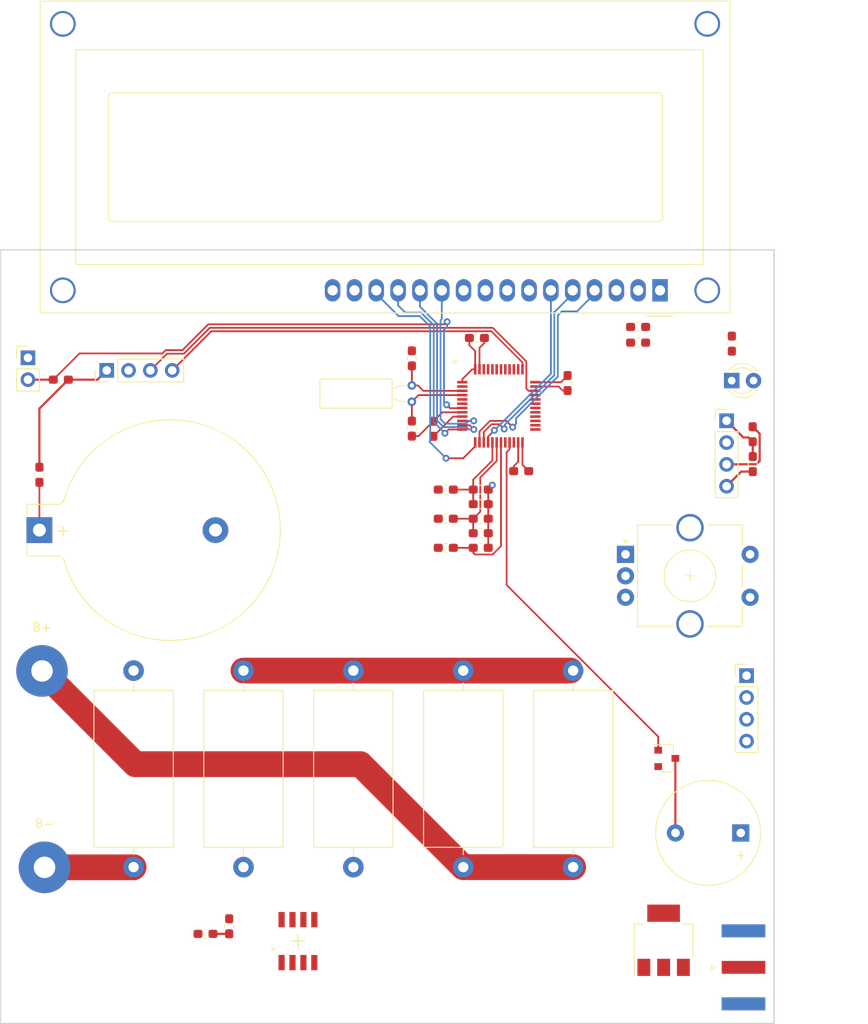
<source format=kicad_pcb>
(kicad_pcb (version 20171130) (host pcbnew 5.0.0)

  (general
    (thickness 1.6)
    (drawings 4)
    (tracks 201)
    (zones 0)
    (modules 45)
    (nets 57)
  )

  (page A4)
  (layers
    (0 F.Cu signal)
    (31 B.Cu signal)
    (32 B.Adhes user)
    (33 F.Adhes user)
    (34 B.Paste user)
    (35 F.Paste user)
    (36 B.SilkS user)
    (37 F.SilkS user)
    (38 B.Mask user)
    (39 F.Mask user)
    (40 Dwgs.User user)
    (41 Cmts.User user)
    (42 Eco1.User user)
    (43 Eco2.User user)
    (44 Edge.Cuts user)
    (45 Margin user)
    (46 B.CrtYd user)
    (47 F.CrtYd user)
    (48 B.Fab user)
    (49 F.Fab user)
  )

  (setup
    (last_trace_width 3)
    (user_trace_width 0.2)
    (user_trace_width 3)
    (trace_clearance 0.2)
    (zone_clearance 0.508)
    (zone_45_only no)
    (trace_min 0.2)
    (segment_width 0.2)
    (edge_width 0.15)
    (via_size 0.8)
    (via_drill 0.4)
    (via_min_size 0.4)
    (via_min_drill 0.3)
    (uvia_size 0.3)
    (uvia_drill 0.1)
    (uvias_allowed no)
    (uvia_min_size 0.2)
    (uvia_min_drill 0.1)
    (pcb_text_width 0.3)
    (pcb_text_size 1.5 1.5)
    (mod_edge_width 0.15)
    (mod_text_size 1 1)
    (mod_text_width 0.15)
    (pad_size 3 3)
    (pad_drill 2.5)
    (pad_to_mask_clearance 0.2)
    (aux_axis_origin 0 0)
    (grid_origin 19.9898 20.0787)
    (visible_elements FFFFF77F)
    (pcbplotparams
      (layerselection 0x010fc_ffffffff)
      (usegerberextensions false)
      (usegerberattributes false)
      (usegerberadvancedattributes false)
      (creategerberjobfile false)
      (excludeedgelayer true)
      (linewidth 0.100000)
      (plotframeref false)
      (viasonmask false)
      (mode 1)
      (useauxorigin false)
      (hpglpennumber 1)
      (hpglpenspeed 20)
      (hpglpendiameter 15.000000)
      (psnegative false)
      (psa4output false)
      (plotreference true)
      (plotvalue true)
      (plotinvisibletext false)
      (padsonsilk false)
      (subtractmaskfromsilk false)
      (outputformat 1)
      (mirror false)
      (drillshape 1)
      (scaleselection 1)
      (outputdirectory ""))
  )

  (net 0 "")
  (net 1 "Net-(BZ1-Pad2)")
  (net 2 GND)
  (net 3 "Net-(C1-Pad1)")
  (net 4 "Net-(C2-Pad2)")
  (net 5 +3V3)
  (net 6 "Net-(D1-Pad1)")
  (net 7 "Net-(D1-Pad2)")
  (net 8 +1V5)
  (net 9 "Net-(DS1-Pad3)")
  (net 10 "Net-(DS1-Pad4)")
  (net 11 "Net-(DS1-Pad5)")
  (net 12 "Net-(DS1-Pad6)")
  (net 13 "Net-(DS1-Pad7)")
  (net 14 "Net-(DS1-Pad8)")
  (net 15 "Net-(DS1-Pad9)")
  (net 16 "Net-(DS1-Pad10)")
  (net 17 "Net-(DS1-Pad11)")
  (net 18 "Net-(DS1-Pad12)")
  (net 19 "Net-(DS1-Pad13)")
  (net 20 "Net-(DS1-Pad14)")
  (net 21 "Net-(DS1-Pad15)")
  (net 22 "Net-(DS1-Pad16)")
  (net 23 /RESET)
  (net 24 /RXD)
  (net 25 /TXD)
  (net 26 /SWDIO)
  (net 27 /SWCLK)
  (net 28 IIC_SDA)
  (net 29 IIC_SCL)
  (net 30 B+)
  (net 31 Discharge)
  (net 32 "Net-(SW1-PadS1)")
  (net 33 "Net-(SW1-PadB)")
  (net 34 "Net-(SW1-PadA)")
  (net 35 "Net-(U2-Pad2)")
  (net 36 "Net-(U2-Pad5)")
  (net 37 "Net-(U2-Pad6)")
  (net 38 "Net-(U2-Pad22)")
  (net 39 "Net-(U2-Pad25)")
  (net 40 "Net-(U2-Pad26)")
  (net 41 "Net-(U2-Pad27)")
  (net 42 "Net-(U2-Pad28)")
  (net 43 "Net-(U2-Pad29)")
  (net 44 "Net-(U2-Pad32)")
  (net 45 "Net-(U2-Pad33)")
  (net 46 "Net-(U2-Pad38)")
  (net 47 Vdd_sample)
  (net 48 Vsample)
  (net 49 Isample)
  (net 50 VCC)
  (net 51 B-)
  (net 52 "Net-(U2-Pad20)")
  (net 53 Beep)
  (net 54 "Net-(R15-Pad2)")
  (net 55 "Net-(Q2-Pad4)")
  (net 56 "Net-(Q2-Pad5)")

  (net_class Default 这是默认网络组.
    (clearance 0.2)
    (trace_width 0.25)
    (via_dia 0.8)
    (via_drill 0.4)
    (uvia_dia 0.3)
    (uvia_drill 0.1)
    (add_net +1V5)
    (add_net +3V3)
    (add_net /RESET)
    (add_net /RXD)
    (add_net /SWCLK)
    (add_net /SWDIO)
    (add_net /TXD)
    (add_net B+)
    (add_net B-)
    (add_net Beep)
    (add_net Discharge)
    (add_net GND)
    (add_net IIC_SCL)
    (add_net IIC_SDA)
    (add_net Isample)
    (add_net "Net-(BZ1-Pad2)")
    (add_net "Net-(C1-Pad1)")
    (add_net "Net-(C2-Pad2)")
    (add_net "Net-(D1-Pad1)")
    (add_net "Net-(D1-Pad2)")
    (add_net "Net-(DS1-Pad10)")
    (add_net "Net-(DS1-Pad11)")
    (add_net "Net-(DS1-Pad12)")
    (add_net "Net-(DS1-Pad13)")
    (add_net "Net-(DS1-Pad14)")
    (add_net "Net-(DS1-Pad15)")
    (add_net "Net-(DS1-Pad16)")
    (add_net "Net-(DS1-Pad3)")
    (add_net "Net-(DS1-Pad4)")
    (add_net "Net-(DS1-Pad5)")
    (add_net "Net-(DS1-Pad6)")
    (add_net "Net-(DS1-Pad7)")
    (add_net "Net-(DS1-Pad8)")
    (add_net "Net-(DS1-Pad9)")
    (add_net "Net-(Q2-Pad4)")
    (add_net "Net-(Q2-Pad5)")
    (add_net "Net-(R15-Pad2)")
    (add_net "Net-(SW1-PadA)")
    (add_net "Net-(SW1-PadB)")
    (add_net "Net-(SW1-PadS1)")
    (add_net "Net-(U2-Pad2)")
    (add_net "Net-(U2-Pad20)")
    (add_net "Net-(U2-Pad22)")
    (add_net "Net-(U2-Pad25)")
    (add_net "Net-(U2-Pad26)")
    (add_net "Net-(U2-Pad27)")
    (add_net "Net-(U2-Pad28)")
    (add_net "Net-(U2-Pad29)")
    (add_net "Net-(U2-Pad32)")
    (add_net "Net-(U2-Pad33)")
    (add_net "Net-(U2-Pad38)")
    (add_net "Net-(U2-Pad5)")
    (add_net "Net-(U2-Pad6)")
    (add_net VCC)
    (add_net Vdd_sample)
    (add_net Vsample)
  )

  (net_class 3v ""
    (clearance 0.2)
    (trace_width 0.5)
    (via_dia 0.8)
    (via_drill 0.4)
    (uvia_dia 0.3)
    (uvia_drill 0.1)
  )

  (module footprint:SOIC-8 (layer F.Cu) (tedit 5B6C0E41) (tstamp 5B74300D)
    (at 54.5973 100.3935 90)
    (path /5B6CB68F)
    (fp_text reference Q2 (at -0.022068 3.967514 270) (layer F.SilkS) hide
      (effects (font (size 1.2 1.2) (thickness 0.15)))
    )
    (fp_text value nfet (at -4.322068 0.002514 180) (layer F.Fab)
      (effects (font (size 1.2 1.2) (thickness 0.15)))
    )
    (fp_line (start -0.772068 0.002514) (end 0.727932 0.002514) (layer F.SilkS) (width 0.15))
    (fp_line (start -0.022068 0.752514) (end -0.022068 -0.747486) (layer F.SilkS) (width 0.15))
    (fp_circle (center -0.925 -2.875) (end -0.975 -2.825) (layer F.SilkS) (width 0.15))
    (pad 4 smd rect (at -2.522068 1.907514 180) (size 0.72 1.78) (layers F.Cu F.Paste F.Mask)
      (net 55 "Net-(Q2-Pad4)"))
    (pad 5 smd rect (at 2.477932 1.907514 180) (size 0.72 1.78) (layers F.Cu F.Paste F.Mask)
      (net 56 "Net-(Q2-Pad5)"))
    (pad 3 smd rect (at -2.522068 0.637514 180) (size 0.72 1.78) (layers F.Cu F.Paste F.Mask)
      (net 51 B-))
    (pad 6 smd rect (at 2.477932 0.637514 180) (size 0.72 1.78) (layers F.Cu F.Paste F.Mask)
      (net 56 "Net-(Q2-Pad5)"))
    (pad 2 smd rect (at -2.522068 -0.632486 180) (size 0.72 1.78) (layers F.Cu F.Paste F.Mask)
      (net 51 B-))
    (pad 7 smd rect (at 2.477932 -0.632486 180) (size 0.72 1.78) (layers F.Cu F.Paste F.Mask)
      (net 56 "Net-(Q2-Pad5)"))
    (pad 1 smd rect (at -2.522068 -1.902486 180) (size 0.72 1.78) (layers F.Cu F.Paste F.Mask)
      (net 51 B-))
    (pad 8 smd rect (at 2.477932 -1.902486 180) (size 0.72 1.78) (layers F.Cu F.Paste F.Mask)
      (net 56 "Net-(Q2-Pad5)"))
    (model ${KISYS3DMOD}/Package_SO.3dshapes/SOIC-8_3.9x4.9mm_P1.27mm.wrl
      (at (xyz 0 0 0))
      (scale (xyz 1 1 1))
      (rotate (xyz 0 0 0))
    )
  )

  (module footprint:QFP_48_P0.5_W0.3 (layer F.Cu) (tedit 5B6C063F) (tstamp 5B6BC53A)
    (at 77.978 38.1508)
    (path /5B5C2AD5)
    (fp_text reference U2 (at 0 -6.05) (layer F.SilkS) hide
      (effects (font (size 1.2 1.2) (thickness 0.15)))
    )
    (fp_text value STM32F103C8Tx (at 0 6.05) (layer F.Fab) hide
      (effects (font (size 1.2 1.2) (thickness 0.15)))
    )
    (fp_circle (center -5.15 -5.15) (end -5.025 -5.025) (layer F.SilkS) (width 0.15))
    (fp_line (start -5.6 -5.6) (end 5.6 -5.6) (layer F.CrtYd) (width 0.15))
    (fp_line (start 5.6 -5.6) (end 5.6 5.6) (layer F.CrtYd) (width 0.15))
    (fp_line (start 5.6 5.6) (end -5.6 5.6) (layer F.CrtYd) (width 0.15))
    (fp_line (start -5.6 5.6) (end -5.6 -5.6) (layer F.CrtYd) (width 0.15))
    (pad 1 smd rect (at -4.25 -2.75 90) (size 0.3 1.2) (layers F.Cu F.Paste F.Mask)
      (net 5 +3V3))
    (pad 2 smd rect (at -4.25 -2.25 90) (size 0.3 1.2) (layers F.Cu F.Paste F.Mask)
      (net 35 "Net-(U2-Pad2)"))
    (pad 3 smd rect (at -4.25 -1.75 90) (size 0.3 1.2) (layers F.Cu F.Paste F.Mask)
      (net 3 "Net-(C1-Pad1)"))
    (pad 4 smd rect (at -4.25 -1.25 90) (size 0.3 1.2) (layers F.Cu F.Paste F.Mask)
      (net 4 "Net-(C2-Pad2)"))
    (pad 5 smd rect (at -4.25 -0.75 90) (size 0.3 1.2) (layers F.Cu F.Paste F.Mask)
      (net 36 "Net-(U2-Pad5)"))
    (pad 6 smd rect (at -4.25 -0.25 90) (size 0.3 1.2) (layers F.Cu F.Paste F.Mask)
      (net 37 "Net-(U2-Pad6)"))
    (pad 7 smd rect (at -4.25 0.25 90) (size 0.3 1.2) (layers F.Cu F.Paste F.Mask)
      (net 23 /RESET))
    (pad 8 smd rect (at -4.25 0.75 90) (size 0.3 1.2) (layers F.Cu F.Paste F.Mask)
      (net 2 GND))
    (pad 9 smd rect (at -4.25 1.25 90) (size 0.3 1.2) (layers F.Cu F.Paste F.Mask)
      (net 5 +3V3))
    (pad 10 smd rect (at -4.25 1.75 90) (size 0.3 1.2) (layers F.Cu F.Paste F.Mask)
      (net 17 "Net-(DS1-Pad11)"))
    (pad 11 smd rect (at -4.25 2.25 90) (size 0.3 1.2) (layers F.Cu F.Paste F.Mask)
      (net 18 "Net-(DS1-Pad12)"))
    (pad 12 smd rect (at -4.25 2.75 90) (size 0.3 1.2) (layers F.Cu F.Paste F.Mask)
      (net 19 "Net-(DS1-Pad13)"))
    (pad 13 smd rect (at -2.75 4.25) (size 0.3 1.2) (layers F.Cu F.Paste F.Mask)
      (net 20 "Net-(DS1-Pad14)"))
    (pad 14 smd rect (at -2.25 4.25) (size 0.3 1.2) (layers F.Cu F.Paste F.Mask)
      (net 10 "Net-(DS1-Pad4)"))
    (pad 15 smd rect (at -1.75 4.25) (size 0.3 1.2) (layers F.Cu F.Paste F.Mask)
      (net 11 "Net-(DS1-Pad5)"))
    (pad 16 smd rect (at -1.25 4.25) (size 0.3 1.2) (layers F.Cu F.Paste F.Mask)
      (net 12 "Net-(DS1-Pad6)"))
    (pad 17 smd rect (at -0.75 4.25) (size 0.3 1.2) (layers F.Cu F.Paste F.Mask)
      (net 48 Vsample))
    (pad 18 smd rect (at -0.25 4.25) (size 0.3 1.2) (layers F.Cu F.Paste F.Mask)
      (net 47 Vdd_sample))
    (pad 19 smd rect (at 0.25 4.25) (size 0.3 1.2) (layers F.Cu F.Paste F.Mask)
      (net 49 Isample))
    (pad 20 smd rect (at 0.75 4.25) (size 0.3 1.2) (layers F.Cu F.Paste F.Mask)
      (net 52 "Net-(U2-Pad20)"))
    (pad 21 smd rect (at 1.25 4.25) (size 0.3 1.2) (layers F.Cu F.Paste F.Mask)
      (net 53 Beep))
    (pad 22 smd rect (at 1.75 4.25) (size 0.3 1.2) (layers F.Cu F.Paste F.Mask)
      (net 38 "Net-(U2-Pad22)"))
    (pad 23 smd rect (at 2.25 4.25) (size 0.3 1.2) (layers F.Cu F.Paste F.Mask)
      (net 2 GND))
    (pad 24 smd rect (at 2.75 4.25) (size 0.3 1.2) (layers F.Cu F.Paste F.Mask)
      (net 5 +3V3))
    (pad 25 smd rect (at 4.25 2.75 90) (size 0.3 1.2) (layers F.Cu F.Paste F.Mask)
      (net 39 "Net-(U2-Pad25)"))
    (pad 26 smd rect (at 4.25 2.25 90) (size 0.3 1.2) (layers F.Cu F.Paste F.Mask)
      (net 40 "Net-(U2-Pad26)"))
    (pad 27 smd rect (at 4.25 1.75 90) (size 0.3 1.2) (layers F.Cu F.Paste F.Mask)
      (net 41 "Net-(U2-Pad27)"))
    (pad 28 smd rect (at 4.25 1.25 90) (size 0.3 1.2) (layers F.Cu F.Paste F.Mask)
      (net 42 "Net-(U2-Pad28)"))
    (pad 29 smd rect (at 4.25 0.75 90) (size 0.3 1.2) (layers F.Cu F.Paste F.Mask)
      (net 43 "Net-(U2-Pad29)"))
    (pad 30 smd rect (at 4.25 0.25 90) (size 0.3 1.2) (layers F.Cu F.Paste F.Mask)
      (net 25 /TXD))
    (pad 31 smd rect (at 4.25 -0.25 90) (size 0.3 1.2) (layers F.Cu F.Paste F.Mask)
      (net 24 /RXD))
    (pad 32 smd rect (at 4.25 -0.75 90) (size 0.3 1.2) (layers F.Cu F.Paste F.Mask)
      (net 44 "Net-(U2-Pad32)"))
    (pad 33 smd rect (at 4.25 -1.25 90) (size 0.3 1.2) (layers F.Cu F.Paste F.Mask)
      (net 45 "Net-(U2-Pad33)"))
    (pad 34 smd rect (at 4.25 -1.75 90) (size 0.3 1.2) (layers F.Cu F.Paste F.Mask)
      (net 26 /SWDIO))
    (pad 35 smd rect (at 4.25 -2.25 90) (size 0.3 1.2) (layers F.Cu F.Paste F.Mask)
      (net 2 GND))
    (pad 36 smd rect (at 4.25 -2.75 90) (size 0.3 1.2) (layers F.Cu F.Paste F.Mask)
      (net 5 +3V3))
    (pad 37 smd rect (at 2.75 -4.25) (size 0.3 1.2) (layers F.Cu F.Paste F.Mask)
      (net 27 /SWCLK))
    (pad 38 smd rect (at 2.25 -4.25) (size 0.3 1.2) (layers F.Cu F.Paste F.Mask)
      (net 46 "Net-(U2-Pad38)"))
    (pad 39 smd rect (at 1.75 -4.25) (size 0.3 1.2) (layers F.Cu F.Paste F.Mask)
      (net 31 Discharge))
    (pad 40 smd rect (at 1.25 -4.25) (size 0.3 1.2) (layers F.Cu F.Paste F.Mask)
      (net 34 "Net-(SW1-PadA)"))
    (pad 41 smd rect (at 0.75 -4.25) (size 0.3 1.2) (layers F.Cu F.Paste F.Mask)
      (net 33 "Net-(SW1-PadB)"))
    (pad 42 smd rect (at 0.25 -4.25) (size 0.3 1.2) (layers F.Cu F.Paste F.Mask)
      (net 29 IIC_SCL))
    (pad 43 smd rect (at -0.25 -4.25) (size 0.3 1.2) (layers F.Cu F.Paste F.Mask)
      (net 28 IIC_SDA))
    (pad 44 smd rect (at -0.75 -4.25) (size 0.3 1.2) (layers F.Cu F.Paste F.Mask)
      (net 2 GND))
    (pad 45 smd rect (at -1.25 -4.25) (size 0.3 1.2) (layers F.Cu F.Paste F.Mask)
      (net 32 "Net-(SW1-PadS1)"))
    (pad 46 smd rect (at -1.75 -4.25) (size 0.3 1.2) (layers F.Cu F.Paste F.Mask)
      (net 7 "Net-(D1-Pad2)"))
    (pad 47 smd rect (at -2.25 -4.25) (size 0.3 1.2) (layers F.Cu F.Paste F.Mask)
      (net 2 GND))
    (pad 48 smd rect (at -2.75 -4.25) (size 0.3 1.2) (layers F.Cu F.Paste F.Mask)
      (net 5 +3V3))
    (model ${KISYS3DMOD}/Package_QFP.3dshapes/LQFP-48_7x7mm_P0.5mm.wrl
      (at (xyz 0 0 0))
      (scale (xyz 1 1 1))
      (rotate (xyz 0 0 0))
    )
  )

  (module Connector_Wire:SolderWirePad_1x01_Drill2.5mm (layer F.Cu) (tedit 5B6C0705) (tstamp 5B73D5B2)
    (at 25.1079 91.8337)
    (descr "Wire solder connection")
    (tags connector)
    (path /5B838D42)
    (attr virtual)
    (fp_text reference B- (at 0 -5.08) (layer F.SilkS)
      (effects (font (size 1 1) (thickness 0.15)))
    )
    (fp_text value Conn_01x01 (at 0 5.08) (layer F.Fab)
      (effects (font (size 1 1) (thickness 0.15)))
    )
    (fp_line (start 3.5 3.5) (end -3.5 3.5) (layer F.CrtYd) (width 0.05))
    (fp_line (start 3.5 3.5) (end 3.5 -3.5) (layer F.CrtYd) (width 0.05))
    (fp_line (start -3.5 -3.5) (end -3.5 3.5) (layer F.CrtYd) (width 0.05))
    (fp_line (start -3.5 -3.5) (end 3.5 -3.5) (layer F.CrtYd) (width 0.05))
    (fp_text user %R (at 0 0) (layer F.Fab)
      (effects (font (size 1 1) (thickness 0.15)))
    )
    (pad 1 thru_hole circle (at 0 0) (size 5.99948 5.99948) (drill 2.49936) (layers *.Cu *.Mask)
      (net 51 B-))
  )

  (module Connector_Wire:SolderWirePad_1x01_Drill2.5mm (layer F.Cu) (tedit 5B6C06EF) (tstamp 5B73D5A8)
    (at 24.8158 68.9864)
    (descr "Wire solder connection")
    (tags connector)
    (path /5B68F6FA)
    (attr virtual)
    (fp_text reference B+ (at 0 -5.08) (layer F.SilkS)
      (effects (font (size 1 1) (thickness 0.15)))
    )
    (fp_text value Conn_01x01 (at 0 5.08) (layer F.Fab)
      (effects (font (size 1 1) (thickness 0.15)))
    )
    (fp_text user %R (at 0 0) (layer F.Fab)
      (effects (font (size 1 1) (thickness 0.15)))
    )
    (fp_line (start -3.5 -3.5) (end 3.5 -3.5) (layer F.CrtYd) (width 0.05))
    (fp_line (start -3.5 -3.5) (end -3.5 3.5) (layer F.CrtYd) (width 0.05))
    (fp_line (start 3.5 3.5) (end 3.5 -3.5) (layer F.CrtYd) (width 0.05))
    (fp_line (start 3.5 3.5) (end -3.5 3.5) (layer F.CrtYd) (width 0.05))
    (pad 1 thru_hole circle (at 0 0) (size 5.99948 5.99948) (drill 2.49936) (layers *.Cu *.Mask)
      (net 30 B+))
  )

  (module Buzzer_Beeper:Buzzer_12x9.5RM7.6 (layer F.Cu) (tedit 5A030281) (tstamp 5B6BC1C5)
    (at 106.1339 87.8332 180)
    (descr "Generic Buzzer, D12mm height 9.5mm with RM7.6mm")
    (tags buzzer)
    (path /5B88577E)
    (fp_text reference BZ1 (at 3.8 -7.2 180) (layer F.SilkS) hide
      (effects (font (size 1 1) (thickness 0.15)))
    )
    (fp_text value Buzzer (at 3.8 7.4 180) (layer F.Fab) hide
      (effects (font (size 1 1) (thickness 0.15)))
    )
    (fp_text user + (at -0.01 -2.54 180) (layer F.Fab)
      (effects (font (size 1 1) (thickness 0.15)))
    )
    (fp_text user + (at -0.01 -2.54 180) (layer F.SilkS)
      (effects (font (size 1 1) (thickness 0.15)))
    )
    (fp_text user %R (at 3.8 -4 180) (layer F.Fab)
      (effects (font (size 1 1) (thickness 0.15)))
    )
    (fp_circle (center 3.8 0) (end 10.05 0) (layer F.CrtYd) (width 0.05))
    (fp_circle (center 3.8 0) (end 9.8 0) (layer F.Fab) (width 0.1))
    (fp_circle (center 3.8 0) (end 4.8 0) (layer F.Fab) (width 0.1))
    (fp_circle (center 3.8 0) (end 9.9 0) (layer F.SilkS) (width 0.12))
    (pad 1 thru_hole rect (at 0 0 180) (size 2 2) (drill 1) (layers *.Cu *.Mask)
      (net 50 VCC))
    (pad 2 thru_hole circle (at 7.6 0 180) (size 2 2) (drill 1) (layers *.Cu *.Mask)
      (net 1 "Net-(BZ1-Pad2)"))
    (model ${KISYS3DMOD}/Buzzer_Beeper.3dshapes/Buzzer_12x9.5RM7.6.wrl
      (at (xyz 0 0 0))
      (scale (xyz 1 1 1))
      (rotate (xyz 0 0 0))
    )
  )

  (module Capacitor_SMD:C_0603_1608Metric_Pad1.05x0.95mm_HandSolder (layer F.Cu) (tedit 5B301BBE) (tstamp 5B6BDE05)
    (at 67.8561 32.6263 90)
    (descr "Capacitor SMD 0603 (1608 Metric), square (rectangular) end terminal, IPC_7351 nominal with elongated pad for handsoldering. (Body size source: http://www.tortai-tech.com/upload/download/2011102023233369053.pdf), generated with kicad-footprint-generator")
    (tags "capacitor handsolder")
    (path /5B5D4567)
    (attr smd)
    (fp_text reference C1 (at 0 -1.43 90) (layer F.SilkS) hide
      (effects (font (size 1 1) (thickness 0.15)))
    )
    (fp_text value 20p (at 0 1.43 90) (layer F.Fab) hide
      (effects (font (size 1 1) (thickness 0.15)))
    )
    (fp_text user %R (at 0 0 90) (layer F.Fab)
      (effects (font (size 0.4 0.4) (thickness 0.06)))
    )
    (fp_line (start 1.65 0.73) (end -1.65 0.73) (layer F.CrtYd) (width 0.05))
    (fp_line (start 1.65 -0.73) (end 1.65 0.73) (layer F.CrtYd) (width 0.05))
    (fp_line (start -1.65 -0.73) (end 1.65 -0.73) (layer F.CrtYd) (width 0.05))
    (fp_line (start -1.65 0.73) (end -1.65 -0.73) (layer F.CrtYd) (width 0.05))
    (fp_line (start -0.171267 0.51) (end 0.171267 0.51) (layer F.SilkS) (width 0.12))
    (fp_line (start -0.171267 -0.51) (end 0.171267 -0.51) (layer F.SilkS) (width 0.12))
    (fp_line (start 0.8 0.4) (end -0.8 0.4) (layer F.Fab) (width 0.1))
    (fp_line (start 0.8 -0.4) (end 0.8 0.4) (layer F.Fab) (width 0.1))
    (fp_line (start -0.8 -0.4) (end 0.8 -0.4) (layer F.Fab) (width 0.1))
    (fp_line (start -0.8 0.4) (end -0.8 -0.4) (layer F.Fab) (width 0.1))
    (pad 2 smd roundrect (at 0.875 0 90) (size 1.05 0.95) (layers F.Cu F.Paste F.Mask) (roundrect_rratio 0.25)
      (net 2 GND))
    (pad 1 smd roundrect (at -0.875 0 90) (size 1.05 0.95) (layers F.Cu F.Paste F.Mask) (roundrect_rratio 0.25)
      (net 3 "Net-(C1-Pad1)"))
    (model ${KISYS3DMOD}/Capacitor_SMD.3dshapes/C_0603_1608Metric.wrl
      (at (xyz 0 0 0))
      (scale (xyz 1 1 1))
      (rotate (xyz 0 0 0))
    )
  )

  (module Capacitor_SMD:C_0603_1608Metric_Pad1.05x0.95mm_HandSolder (layer F.Cu) (tedit 5B301BBE) (tstamp 5B6BD977)
    (at 67.8561 40.7924 90)
    (descr "Capacitor SMD 0603 (1608 Metric), square (rectangular) end terminal, IPC_7351 nominal with elongated pad for handsoldering. (Body size source: http://www.tortai-tech.com/upload/download/2011102023233369053.pdf), generated with kicad-footprint-generator")
    (tags "capacitor handsolder")
    (path /5B5D45D9)
    (attr smd)
    (fp_text reference C2 (at 0 -1.43 90) (layer F.SilkS) hide
      (effects (font (size 1 1) (thickness 0.15)))
    )
    (fp_text value 20p (at 0 1.43 90) (layer F.Fab) hide
      (effects (font (size 1 1) (thickness 0.15)))
    )
    (fp_text user %R (at 0 0 90) (layer F.Fab)
      (effects (font (size 0.4 0.4) (thickness 0.06)))
    )
    (fp_line (start 1.65 0.73) (end -1.65 0.73) (layer F.CrtYd) (width 0.05))
    (fp_line (start 1.65 -0.73) (end 1.65 0.73) (layer F.CrtYd) (width 0.05))
    (fp_line (start -1.65 -0.73) (end 1.65 -0.73) (layer F.CrtYd) (width 0.05))
    (fp_line (start -1.65 0.73) (end -1.65 -0.73) (layer F.CrtYd) (width 0.05))
    (fp_line (start -0.171267 0.51) (end 0.171267 0.51) (layer F.SilkS) (width 0.12))
    (fp_line (start -0.171267 -0.51) (end 0.171267 -0.51) (layer F.SilkS) (width 0.12))
    (fp_line (start 0.8 0.4) (end -0.8 0.4) (layer F.Fab) (width 0.1))
    (fp_line (start 0.8 -0.4) (end 0.8 0.4) (layer F.Fab) (width 0.1))
    (fp_line (start -0.8 -0.4) (end 0.8 -0.4) (layer F.Fab) (width 0.1))
    (fp_line (start -0.8 0.4) (end -0.8 -0.4) (layer F.Fab) (width 0.1))
    (pad 2 smd roundrect (at 0.875 0 90) (size 1.05 0.95) (layers F.Cu F.Paste F.Mask) (roundrect_rratio 0.25)
      (net 4 "Net-(C2-Pad2)"))
    (pad 1 smd roundrect (at -0.875 0 90) (size 1.05 0.95) (layers F.Cu F.Paste F.Mask) (roundrect_rratio 0.25)
      (net 2 GND))
    (model ${KISYS3DMOD}/Capacitor_SMD.3dshapes/C_0603_1608Metric.wrl
      (at (xyz 0 0 0))
      (scale (xyz 1 1 1))
      (rotate (xyz 0 0 0))
    )
  )

  (module Capacitor_SMD:C_0603_1608Metric_Pad1.05x0.95mm_HandSolder (layer F.Cu) (tedit 5B301BBE) (tstamp 5B6BC1F8)
    (at 80.5815 45.7454 180)
    (descr "Capacitor SMD 0603 (1608 Metric), square (rectangular) end terminal, IPC_7351 nominal with elongated pad for handsoldering. (Body size source: http://www.tortai-tech.com/upload/download/2011102023233369053.pdf), generated with kicad-footprint-generator")
    (tags "capacitor handsolder")
    (path /5B6A5C3E)
    (attr smd)
    (fp_text reference C3 (at 0 -1.43 180) (layer F.SilkS) hide
      (effects (font (size 1 1) (thickness 0.15)))
    )
    (fp_text value Cpwr (at 0 1.43 180) (layer F.Fab) hide
      (effects (font (size 1 1) (thickness 0.15)))
    )
    (fp_text user %R (at 0 0 180) (layer F.Fab)
      (effects (font (size 0.4 0.4) (thickness 0.06)))
    )
    (fp_line (start 1.65 0.73) (end -1.65 0.73) (layer F.CrtYd) (width 0.05))
    (fp_line (start 1.65 -0.73) (end 1.65 0.73) (layer F.CrtYd) (width 0.05))
    (fp_line (start -1.65 -0.73) (end 1.65 -0.73) (layer F.CrtYd) (width 0.05))
    (fp_line (start -1.65 0.73) (end -1.65 -0.73) (layer F.CrtYd) (width 0.05))
    (fp_line (start -0.171267 0.51) (end 0.171267 0.51) (layer F.SilkS) (width 0.12))
    (fp_line (start -0.171267 -0.51) (end 0.171267 -0.51) (layer F.SilkS) (width 0.12))
    (fp_line (start 0.8 0.4) (end -0.8 0.4) (layer F.Fab) (width 0.1))
    (fp_line (start 0.8 -0.4) (end 0.8 0.4) (layer F.Fab) (width 0.1))
    (fp_line (start -0.8 -0.4) (end 0.8 -0.4) (layer F.Fab) (width 0.1))
    (fp_line (start -0.8 0.4) (end -0.8 -0.4) (layer F.Fab) (width 0.1))
    (pad 2 smd roundrect (at 0.875 0 180) (size 1.05 0.95) (layers F.Cu F.Paste F.Mask) (roundrect_rratio 0.25)
      (net 2 GND))
    (pad 1 smd roundrect (at -0.875 0 180) (size 1.05 0.95) (layers F.Cu F.Paste F.Mask) (roundrect_rratio 0.25)
      (net 5 +3V3))
    (model ${KISYS3DMOD}/Capacitor_SMD.3dshapes/C_0603_1608Metric.wrl
      (at (xyz 0 0 0))
      (scale (xyz 1 1 1))
      (rotate (xyz 0 0 0))
    )
  )

  (module Capacitor_SMD:C_0603_1608Metric_Pad1.05x0.95mm_HandSolder (layer F.Cu) (tedit 5B301BBE) (tstamp 5B6BC209)
    (at 85.979 35.4965 270)
    (descr "Capacitor SMD 0603 (1608 Metric), square (rectangular) end terminal, IPC_7351 nominal with elongated pad for handsoldering. (Body size source: http://www.tortai-tech.com/upload/download/2011102023233369053.pdf), generated with kicad-footprint-generator")
    (tags "capacitor handsolder")
    (path /5B6A6766)
    (attr smd)
    (fp_text reference C4 (at 0 -1.43 270) (layer F.SilkS) hide
      (effects (font (size 1 1) (thickness 0.15)))
    )
    (fp_text value Cpwr (at 0 1.43 270) (layer F.Fab) hide
      (effects (font (size 1 1) (thickness 0.15)))
    )
    (fp_line (start -0.8 0.4) (end -0.8 -0.4) (layer F.Fab) (width 0.1))
    (fp_line (start -0.8 -0.4) (end 0.8 -0.4) (layer F.Fab) (width 0.1))
    (fp_line (start 0.8 -0.4) (end 0.8 0.4) (layer F.Fab) (width 0.1))
    (fp_line (start 0.8 0.4) (end -0.8 0.4) (layer F.Fab) (width 0.1))
    (fp_line (start -0.171267 -0.51) (end 0.171267 -0.51) (layer F.SilkS) (width 0.12))
    (fp_line (start -0.171267 0.51) (end 0.171267 0.51) (layer F.SilkS) (width 0.12))
    (fp_line (start -1.65 0.73) (end -1.65 -0.73) (layer F.CrtYd) (width 0.05))
    (fp_line (start -1.65 -0.73) (end 1.65 -0.73) (layer F.CrtYd) (width 0.05))
    (fp_line (start 1.65 -0.73) (end 1.65 0.73) (layer F.CrtYd) (width 0.05))
    (fp_line (start 1.65 0.73) (end -1.65 0.73) (layer F.CrtYd) (width 0.05))
    (fp_text user %R (at 0 0 270) (layer F.Fab)
      (effects (font (size 0.4 0.4) (thickness 0.06)))
    )
    (pad 1 smd roundrect (at -0.875 0 270) (size 1.05 0.95) (layers F.Cu F.Paste F.Mask) (roundrect_rratio 0.25)
      (net 5 +3V3))
    (pad 2 smd roundrect (at 0.875 0 270) (size 1.05 0.95) (layers F.Cu F.Paste F.Mask) (roundrect_rratio 0.25)
      (net 2 GND))
    (model ${KISYS3DMOD}/Capacitor_SMD.3dshapes/C_0603_1608Metric.wrl
      (at (xyz 0 0 0))
      (scale (xyz 1 1 1))
      (rotate (xyz 0 0 0))
    )
  )

  (module Capacitor_SMD:C_0603_1608Metric_Pad1.05x0.95mm_HandSolder (layer F.Cu) (tedit 5B301BBE) (tstamp 5B6BD5F7)
    (at 75.4253 30.2514)
    (descr "Capacitor SMD 0603 (1608 Metric), square (rectangular) end terminal, IPC_7351 nominal with elongated pad for handsoldering. (Body size source: http://www.tortai-tech.com/upload/download/2011102023233369053.pdf), generated with kicad-footprint-generator")
    (tags "capacitor handsolder")
    (path /5B6A67C4)
    (attr smd)
    (fp_text reference C5 (at 0 -1.43) (layer F.SilkS) hide
      (effects (font (size 1 1) (thickness 0.15)))
    )
    (fp_text value Cpwr (at 0 1.43) (layer F.Fab) hide
      (effects (font (size 1 1) (thickness 0.15)))
    )
    (fp_line (start -0.8 0.4) (end -0.8 -0.4) (layer F.Fab) (width 0.1))
    (fp_line (start -0.8 -0.4) (end 0.8 -0.4) (layer F.Fab) (width 0.1))
    (fp_line (start 0.8 -0.4) (end 0.8 0.4) (layer F.Fab) (width 0.1))
    (fp_line (start 0.8 0.4) (end -0.8 0.4) (layer F.Fab) (width 0.1))
    (fp_line (start -0.171267 -0.51) (end 0.171267 -0.51) (layer F.SilkS) (width 0.12))
    (fp_line (start -0.171267 0.51) (end 0.171267 0.51) (layer F.SilkS) (width 0.12))
    (fp_line (start -1.65 0.73) (end -1.65 -0.73) (layer F.CrtYd) (width 0.05))
    (fp_line (start -1.65 -0.73) (end 1.65 -0.73) (layer F.CrtYd) (width 0.05))
    (fp_line (start 1.65 -0.73) (end 1.65 0.73) (layer F.CrtYd) (width 0.05))
    (fp_line (start 1.65 0.73) (end -1.65 0.73) (layer F.CrtYd) (width 0.05))
    (fp_text user %R (at 0 0) (layer F.Fab)
      (effects (font (size 0.4 0.4) (thickness 0.06)))
    )
    (pad 1 smd roundrect (at -0.875 0) (size 1.05 0.95) (layers F.Cu F.Paste F.Mask) (roundrect_rratio 0.25)
      (net 5 +3V3))
    (pad 2 smd roundrect (at 0.875 0) (size 1.05 0.95) (layers F.Cu F.Paste F.Mask) (roundrect_rratio 0.25)
      (net 2 GND))
    (model ${KISYS3DMOD}/Capacitor_SMD.3dshapes/C_0603_1608Metric.wrl
      (at (xyz 0 0 0))
      (scale (xyz 1 1 1))
      (rotate (xyz 0 0 0))
    )
  )

  (module Capacitor_SMD:C_0603_1608Metric_Pad1.05x0.95mm_HandSolder (layer F.Cu) (tedit 5B301BBE) (tstamp 5B6BC22B)
    (at 70.358 40.8178 90)
    (descr "Capacitor SMD 0603 (1608 Metric), square (rectangular) end terminal, IPC_7351 nominal with elongated pad for handsoldering. (Body size source: http://www.tortai-tech.com/upload/download/2011102023233369053.pdf), generated with kicad-footprint-generator")
    (tags "capacitor handsolder")
    (path /5B6A6820)
    (attr smd)
    (fp_text reference C6 (at 0 -1.43 90) (layer F.SilkS) hide
      (effects (font (size 1 1) (thickness 0.15)))
    )
    (fp_text value Calg (at 0 1.43 90) (layer F.Fab) hide
      (effects (font (size 1 1) (thickness 0.15)))
    )
    (fp_line (start -0.8 0.4) (end -0.8 -0.4) (layer F.Fab) (width 0.1))
    (fp_line (start -0.8 -0.4) (end 0.8 -0.4) (layer F.Fab) (width 0.1))
    (fp_line (start 0.8 -0.4) (end 0.8 0.4) (layer F.Fab) (width 0.1))
    (fp_line (start 0.8 0.4) (end -0.8 0.4) (layer F.Fab) (width 0.1))
    (fp_line (start -0.171267 -0.51) (end 0.171267 -0.51) (layer F.SilkS) (width 0.12))
    (fp_line (start -0.171267 0.51) (end 0.171267 0.51) (layer F.SilkS) (width 0.12))
    (fp_line (start -1.65 0.73) (end -1.65 -0.73) (layer F.CrtYd) (width 0.05))
    (fp_line (start -1.65 -0.73) (end 1.65 -0.73) (layer F.CrtYd) (width 0.05))
    (fp_line (start 1.65 -0.73) (end 1.65 0.73) (layer F.CrtYd) (width 0.05))
    (fp_line (start 1.65 0.73) (end -1.65 0.73) (layer F.CrtYd) (width 0.05))
    (fp_text user %R (at 0 0 90) (layer F.Fab)
      (effects (font (size 0.4 0.4) (thickness 0.06)))
    )
    (pad 1 smd roundrect (at -0.875 0 90) (size 1.05 0.95) (layers F.Cu F.Paste F.Mask) (roundrect_rratio 0.25)
      (net 5 +3V3))
    (pad 2 smd roundrect (at 0.875 0 90) (size 1.05 0.95) (layers F.Cu F.Paste F.Mask) (roundrect_rratio 0.25)
      (net 2 GND))
    (model ${KISYS3DMOD}/Capacitor_SMD.3dshapes/C_0603_1608Metric.wrl
      (at (xyz 0 0 0))
      (scale (xyz 1 1 1))
      (rotate (xyz 0 0 0))
    )
  )

  (module Capacitor_SMD:C_0603_1608Metric_Pad1.05x0.95mm_HandSolder (layer F.Cu) (tedit 5B301BBE) (tstamp 5B73E256)
    (at 75.8698 52.968525)
    (descr "Capacitor SMD 0603 (1608 Metric), square (rectangular) end terminal, IPC_7351 nominal with elongated pad for handsoldering. (Body size source: http://www.tortai-tech.com/upload/download/2011102023233369053.pdf), generated with kicad-footprint-generator")
    (tags "capacitor handsolder")
    (path /5B842831)
    (attr smd)
    (fp_text reference C7 (at 0 -1.43) (layer F.SilkS) hide
      (effects (font (size 1 1) (thickness 0.15)))
    )
    (fp_text value Cvs (at 0 1.43) (layer F.Fab) hide
      (effects (font (size 1 1) (thickness 0.15)))
    )
    (fp_line (start -0.8 0.4) (end -0.8 -0.4) (layer F.Fab) (width 0.1))
    (fp_line (start -0.8 -0.4) (end 0.8 -0.4) (layer F.Fab) (width 0.1))
    (fp_line (start 0.8 -0.4) (end 0.8 0.4) (layer F.Fab) (width 0.1))
    (fp_line (start 0.8 0.4) (end -0.8 0.4) (layer F.Fab) (width 0.1))
    (fp_line (start -0.171267 -0.51) (end 0.171267 -0.51) (layer F.SilkS) (width 0.12))
    (fp_line (start -0.171267 0.51) (end 0.171267 0.51) (layer F.SilkS) (width 0.12))
    (fp_line (start -1.65 0.73) (end -1.65 -0.73) (layer F.CrtYd) (width 0.05))
    (fp_line (start -1.65 -0.73) (end 1.65 -0.73) (layer F.CrtYd) (width 0.05))
    (fp_line (start 1.65 -0.73) (end 1.65 0.73) (layer F.CrtYd) (width 0.05))
    (fp_line (start 1.65 0.73) (end -1.65 0.73) (layer F.CrtYd) (width 0.05))
    (fp_text user %R (at 0 0) (layer F.Fab)
      (effects (font (size 0.4 0.4) (thickness 0.06)))
    )
    (pad 1 smd roundrect (at -0.875 0) (size 1.05 0.95) (layers F.Cu F.Paste F.Mask) (roundrect_rratio 0.25)
      (net 47 Vdd_sample))
    (pad 2 smd roundrect (at 0.875 0) (size 1.05 0.95) (layers F.Cu F.Paste F.Mask) (roundrect_rratio 0.25)
      (net 2 GND))
    (model ${KISYS3DMOD}/Capacitor_SMD.3dshapes/C_0603_1608Metric.wrl
      (at (xyz 0 0 0))
      (scale (xyz 1 1 1))
      (rotate (xyz 0 0 0))
    )
  )

  (module Capacitor_SMD:C_0603_1608Metric_Pad1.05x0.95mm_HandSolder (layer F.Cu) (tedit 5B301BBE) (tstamp 5B6BC24D)
    (at 75.8698 49.583975)
    (descr "Capacitor SMD 0603 (1608 Metric), square (rectangular) end terminal, IPC_7351 nominal with elongated pad for handsoldering. (Body size source: http://www.tortai-tech.com/upload/download/2011102023233369053.pdf), generated with kicad-footprint-generator")
    (tags "capacitor handsolder")
    (path /5B713C07)
    (attr smd)
    (fp_text reference C8 (at 0 -1.43) (layer F.SilkS) hide
      (effects (font (size 1 1) (thickness 0.15)))
    )
    (fp_text value Cvs (at 0 1.43) (layer F.Fab) hide
      (effects (font (size 1 1) (thickness 0.15)))
    )
    (fp_line (start -0.8 0.4) (end -0.8 -0.4) (layer F.Fab) (width 0.1))
    (fp_line (start -0.8 -0.4) (end 0.8 -0.4) (layer F.Fab) (width 0.1))
    (fp_line (start 0.8 -0.4) (end 0.8 0.4) (layer F.Fab) (width 0.1))
    (fp_line (start 0.8 0.4) (end -0.8 0.4) (layer F.Fab) (width 0.1))
    (fp_line (start -0.171267 -0.51) (end 0.171267 -0.51) (layer F.SilkS) (width 0.12))
    (fp_line (start -0.171267 0.51) (end 0.171267 0.51) (layer F.SilkS) (width 0.12))
    (fp_line (start -1.65 0.73) (end -1.65 -0.73) (layer F.CrtYd) (width 0.05))
    (fp_line (start -1.65 -0.73) (end 1.65 -0.73) (layer F.CrtYd) (width 0.05))
    (fp_line (start 1.65 -0.73) (end 1.65 0.73) (layer F.CrtYd) (width 0.05))
    (fp_line (start 1.65 0.73) (end -1.65 0.73) (layer F.CrtYd) (width 0.05))
    (fp_text user %R (at 0 0) (layer F.Fab)
      (effects (font (size 0.4 0.4) (thickness 0.06)))
    )
    (pad 1 smd roundrect (at -0.875 0) (size 1.05 0.95) (layers F.Cu F.Paste F.Mask) (roundrect_rratio 0.25)
      (net 48 Vsample))
    (pad 2 smd roundrect (at 0.875 0) (size 1.05 0.95) (layers F.Cu F.Paste F.Mask) (roundrect_rratio 0.25)
      (net 2 GND))
    (model ${KISYS3DMOD}/Capacitor_SMD.3dshapes/C_0603_1608Metric.wrl
      (at (xyz 0 0 0))
      (scale (xyz 1 1 1))
      (rotate (xyz 0 0 0))
    )
  )

  (module Capacitor_SMD:C_0603_1608Metric_Pad1.05x0.95mm_HandSolder (layer F.Cu) (tedit 5B301BBE) (tstamp 5B73E32C)
    (at 75.8698 54.6608)
    (descr "Capacitor SMD 0603 (1608 Metric), square (rectangular) end terminal, IPC_7351 nominal with elongated pad for handsoldering. (Body size source: http://www.tortai-tech.com/upload/download/2011102023233369053.pdf), generated with kicad-footprint-generator")
    (tags "capacitor handsolder")
    (path /5B726314)
    (attr smd)
    (fp_text reference C9 (at 0 -1.43) (layer F.SilkS) hide
      (effects (font (size 1 1) (thickness 0.15)))
    )
    (fp_text value Cis (at 0 1.43) (layer F.Fab) hide
      (effects (font (size 1 1) (thickness 0.15)))
    )
    (fp_text user %R (at 0 0) (layer F.Fab)
      (effects (font (size 0.4 0.4) (thickness 0.06)))
    )
    (fp_line (start 1.65 0.73) (end -1.65 0.73) (layer F.CrtYd) (width 0.05))
    (fp_line (start 1.65 -0.73) (end 1.65 0.73) (layer F.CrtYd) (width 0.05))
    (fp_line (start -1.65 -0.73) (end 1.65 -0.73) (layer F.CrtYd) (width 0.05))
    (fp_line (start -1.65 0.73) (end -1.65 -0.73) (layer F.CrtYd) (width 0.05))
    (fp_line (start -0.171267 0.51) (end 0.171267 0.51) (layer F.SilkS) (width 0.12))
    (fp_line (start -0.171267 -0.51) (end 0.171267 -0.51) (layer F.SilkS) (width 0.12))
    (fp_line (start 0.8 0.4) (end -0.8 0.4) (layer F.Fab) (width 0.1))
    (fp_line (start 0.8 -0.4) (end 0.8 0.4) (layer F.Fab) (width 0.1))
    (fp_line (start -0.8 -0.4) (end 0.8 -0.4) (layer F.Fab) (width 0.1))
    (fp_line (start -0.8 0.4) (end -0.8 -0.4) (layer F.Fab) (width 0.1))
    (pad 2 smd roundrect (at 0.875 0) (size 1.05 0.95) (layers F.Cu F.Paste F.Mask) (roundrect_rratio 0.25)
      (net 2 GND))
    (pad 1 smd roundrect (at -0.875 0) (size 1.05 0.95) (layers F.Cu F.Paste F.Mask) (roundrect_rratio 0.25)
      (net 49 Isample))
    (model ${KISYS3DMOD}/Capacitor_SMD.3dshapes/C_0603_1608Metric.wrl
      (at (xyz 0 0 0))
      (scale (xyz 1 1 1))
      (rotate (xyz 0 0 0))
    )
  )

  (module LED_THT:LED_D3.0mm (layer F.Cu) (tedit 587A3A7B) (tstamp 5B7408C1)
    (at 105.0798 35.2171)
    (descr "LED, diameter 3.0mm, 2 pins")
    (tags "LED diameter 3.0mm 2 pins")
    (path /5B689133)
    (fp_text reference D1 (at 1.27 -2.96) (layer F.SilkS) hide
      (effects (font (size 1 1) (thickness 0.15)))
    )
    (fp_text value LED (at 1.27 2.96) (layer F.Fab) hide
      (effects (font (size 1 1) (thickness 0.15)))
    )
    (fp_arc (start 1.27 0) (end -0.23 -1.16619) (angle 284.3) (layer F.Fab) (width 0.1))
    (fp_arc (start 1.27 0) (end -0.29 -1.235516) (angle 108.8) (layer F.SilkS) (width 0.12))
    (fp_arc (start 1.27 0) (end -0.29 1.235516) (angle -108.8) (layer F.SilkS) (width 0.12))
    (fp_arc (start 1.27 0) (end 0.229039 -1.08) (angle 87.9) (layer F.SilkS) (width 0.12))
    (fp_arc (start 1.27 0) (end 0.229039 1.08) (angle -87.9) (layer F.SilkS) (width 0.12))
    (fp_circle (center 1.27 0) (end 2.77 0) (layer F.Fab) (width 0.1))
    (fp_line (start -0.23 -1.16619) (end -0.23 1.16619) (layer F.Fab) (width 0.1))
    (fp_line (start -0.29 -1.236) (end -0.29 -1.08) (layer F.SilkS) (width 0.12))
    (fp_line (start -0.29 1.08) (end -0.29 1.236) (layer F.SilkS) (width 0.12))
    (fp_line (start -1.15 -2.25) (end -1.15 2.25) (layer F.CrtYd) (width 0.05))
    (fp_line (start -1.15 2.25) (end 3.7 2.25) (layer F.CrtYd) (width 0.05))
    (fp_line (start 3.7 2.25) (end 3.7 -2.25) (layer F.CrtYd) (width 0.05))
    (fp_line (start 3.7 -2.25) (end -1.15 -2.25) (layer F.CrtYd) (width 0.05))
    (pad 1 thru_hole rect (at 0 0) (size 1.8 1.8) (drill 0.9) (layers *.Cu *.Mask)
      (net 6 "Net-(D1-Pad1)"))
    (pad 2 thru_hole circle (at 2.54 0) (size 1.8 1.8) (drill 0.9) (layers *.Cu *.Mask)
      (net 7 "Net-(D1-Pad2)"))
    (model ${KISYS3DMOD}/LED_THT.3dshapes/LED_D3.0mm.wrl
      (at (xyz 0 0 0))
      (scale (xyz 1 1 1))
      (rotate (xyz 0 0 0))
    )
  )

  (module Display:WC1602A (layer F.Cu) (tedit 5B6C0137) (tstamp 5B6BC2A7)
    (at 96.7359 24.7142 180)
    (descr "LCD 16x2 http://www.wincomlcd.com/pdf/WC1602A-SFYLYHTC06.pdf")
    (tags "LCD 16x2 Alphanumeric 16pin")
    (path /5B5BF9FE)
    (fp_text reference DS1 (at -5.82 -3.81 180) (layer F.SilkS) hide
      (effects (font (size 1 1) (thickness 0.15)))
    )
    (fp_text value WC1602A (at -4.31 34.66 180) (layer F.Fab) hide
      (effects (font (size 1 1) (thickness 0.15)))
    )
    (fp_line (start -8.14 33.64) (end 72.14 33.64) (layer F.SilkS) (width 0.12))
    (fp_line (start 72.14 33.64) (end 72.14 -2.64) (layer F.SilkS) (width 0.12))
    (fp_line (start 72.14 -2.64) (end -7.34 -2.64) (layer F.SilkS) (width 0.12))
    (fp_line (start -8.14 -2.64) (end -8.14 33.64) (layer F.SilkS) (width 0.12))
    (fp_line (start -8.13 -2.64) (end -7.34 -2.64) (layer F.SilkS) (width 0.12))
    (fp_line (start -8.25 -2.75) (end -8.25 33.75) (layer F.CrtYd) (width 0.05))
    (fp_line (start -8.25 33.75) (end 72.25 33.75) (layer F.CrtYd) (width 0.05))
    (fp_line (start 72.25 -2.75) (end 72.25 33.75) (layer F.CrtYd) (width 0.05))
    (fp_line (start -1.5 -3) (end 1.5 -3) (layer F.SilkS) (width 0.12))
    (fp_line (start -8.25 -2.75) (end 72.25 -2.75) (layer F.CrtYd) (width 0.05))
    (fp_line (start 1 -2.5) (end 0 -1.5) (layer F.Fab) (width 0.1))
    (fp_line (start 0 -1.5) (end -1 -2.5) (layer F.Fab) (width 0.1))
    (fp_line (start -1 -2.5) (end -8 -2.5) (layer F.Fab) (width 0.1))
    (fp_text user %R (at 30.37 14.74 180) (layer F.Fab)
      (effects (font (size 1 1) (thickness 0.1)))
    )
    (fp_line (start 0.2 8) (end 63.7 8) (layer F.SilkS) (width 0.12))
    (fp_line (start -0.29972 22.49932) (end -0.29972 8.5) (layer F.SilkS) (width 0.12))
    (fp_line (start 63.70066 23) (end 0.2 23) (layer F.SilkS) (width 0.12))
    (fp_line (start 64.2 8.5) (end 64.2 22.5) (layer F.SilkS) (width 0.12))
    (fp_arc (start 63.7 8.5) (end 63.7 8) (angle 90) (layer F.SilkS) (width 0.12))
    (fp_arc (start 63.70066 22.49932) (end 64.20104 22.49932) (angle 90) (layer F.SilkS) (width 0.12))
    (fp_arc (start 0.20066 22.49932) (end 0.20066 22.9997) (angle 90) (layer F.SilkS) (width 0.12))
    (fp_arc (start 0.20066 8.49884) (end -0.29972 8.49884) (angle 90) (layer F.SilkS) (width 0.12))
    (fp_line (start -5 3) (end 68 3) (layer F.SilkS) (width 0.12))
    (fp_line (start 68 3) (end 68 28) (layer F.SilkS) (width 0.12))
    (fp_line (start 68 28) (end -5 28) (layer F.SilkS) (width 0.12))
    (fp_line (start -5 28) (end -5 3) (layer F.SilkS) (width 0.12))
    (fp_line (start 1 -2.5) (end 72 -2.5) (layer F.Fab) (width 0.1))
    (fp_line (start 72 -2.5) (end 72 33.5) (layer F.Fab) (width 0.1))
    (fp_line (start 72 33.5) (end -8 33.5) (layer F.Fab) (width 0.1))
    (fp_line (start -8 33.5) (end -8 -2.5) (layer F.Fab) (width 0.1))
    (pad 1 thru_hole rect (at 0 0 180) (size 1.8 2.6) (drill 1.2) (layers *.Cu *.Mask)
      (net 2 GND))
    (pad 2 thru_hole oval (at 2.54 0 180) (size 1.8 2.6) (drill 1.2) (layers *.Cu *.Mask)
      (net 5 +3V3))
    (pad 3 thru_hole oval (at 5.08 0 180) (size 1.8 2.6) (drill 1.2) (layers *.Cu *.Mask)
      (net 9 "Net-(DS1-Pad3)"))
    (pad 4 thru_hole oval (at 7.62 0 180) (size 1.8 2.6) (drill 1.2) (layers *.Cu *.Mask)
      (net 10 "Net-(DS1-Pad4)"))
    (pad 5 thru_hole oval (at 10.16 0 180) (size 1.8 2.6) (drill 1.2) (layers *.Cu *.Mask)
      (net 11 "Net-(DS1-Pad5)"))
    (pad 6 thru_hole oval (at 12.7 0 180) (size 1.8 2.6) (drill 1.2) (layers *.Cu *.Mask)
      (net 12 "Net-(DS1-Pad6)"))
    (pad 7 thru_hole oval (at 15.24 0 180) (size 1.8 2.6) (drill 1.2) (layers *.Cu *.Mask)
      (net 13 "Net-(DS1-Pad7)"))
    (pad 8 thru_hole oval (at 17.78 0 180) (size 1.8 2.6) (drill 1.2) (layers *.Cu *.Mask)
      (net 14 "Net-(DS1-Pad8)"))
    (pad 9 thru_hole oval (at 20.32 0 180) (size 1.8 2.6) (drill 1.2) (layers *.Cu *.Mask)
      (net 15 "Net-(DS1-Pad9)"))
    (pad 10 thru_hole oval (at 22.86 0 180) (size 1.8 2.6) (drill 1.2) (layers *.Cu *.Mask)
      (net 16 "Net-(DS1-Pad10)"))
    (pad 11 thru_hole oval (at 25.4 0 180) (size 1.8 2.6) (drill 1.2) (layers *.Cu *.Mask)
      (net 17 "Net-(DS1-Pad11)"))
    (pad 12 thru_hole oval (at 27.94 0 180) (size 1.8 2.6) (drill 1.2) (layers *.Cu *.Mask)
      (net 18 "Net-(DS1-Pad12)"))
    (pad 13 thru_hole oval (at 30.48 0 180) (size 1.8 2.6) (drill 1.2) (layers *.Cu *.Mask)
      (net 19 "Net-(DS1-Pad13)"))
    (pad 14 thru_hole oval (at 33.02 0 180) (size 1.8 2.6) (drill 1.2) (layers *.Cu *.Mask)
      (net 20 "Net-(DS1-Pad14)"))
    (pad 15 thru_hole oval (at 35.56 0 180) (size 1.8 2.6) (drill 1.2) (layers *.Cu *.Mask)
      (net 21 "Net-(DS1-Pad15)"))
    (pad 16 thru_hole oval (at 38.1 0 180) (size 1.8 2.6) (drill 1.2) (layers *.Cu *.Mask)
      (net 22 "Net-(DS1-Pad16)"))
    (pad "" thru_hole circle (at -5.4991 0 180) (size 3 3) (drill 2.5) (layers *.Cu *.Mask))
    (pad "" thru_hole circle (at -5.4991 31.0007 180) (size 3 3) (drill 2.5) (layers *.Cu *.Mask))
    (pad "" thru_hole circle (at 69.49948 31.0007 180) (size 3 3) (drill 2.5) (layers *.Cu *.Mask))
    (pad "" thru_hole circle (at 69.5 0 180) (size 3 3) (drill 2.5) (layers *.Cu *.Mask))
    (model ${KISYS3DMOD}/Display.3dshapes/WC1602A.wrl
      (at (xyz 0 0 0))
      (scale (xyz 1 1 1))
      (rotate (xyz 0 0 0))
    )
  )

  (module Connector_PinHeader_2.54mm:PinHeader_1x02_P2.54mm_Vertical (layer F.Cu) (tedit 59FED5CC) (tstamp 5B6BC2BD)
    (at 23.1775 32.5628)
    (descr "Through hole straight pin header, 1x02, 2.54mm pitch, single row")
    (tags "Through hole pin header THT 1x02 2.54mm single row")
    (path /5B6960A0)
    (fp_text reference J1 (at 0 -2.33) (layer F.SilkS) hide
      (effects (font (size 1 1) (thickness 0.15)))
    )
    (fp_text value Conn_01x02 (at 0 4.87) (layer F.Fab) hide
      (effects (font (size 1 1) (thickness 0.15)))
    )
    (fp_line (start -0.635 -1.27) (end 1.27 -1.27) (layer F.Fab) (width 0.1))
    (fp_line (start 1.27 -1.27) (end 1.27 3.81) (layer F.Fab) (width 0.1))
    (fp_line (start 1.27 3.81) (end -1.27 3.81) (layer F.Fab) (width 0.1))
    (fp_line (start -1.27 3.81) (end -1.27 -0.635) (layer F.Fab) (width 0.1))
    (fp_line (start -1.27 -0.635) (end -0.635 -1.27) (layer F.Fab) (width 0.1))
    (fp_line (start -1.33 3.87) (end 1.33 3.87) (layer F.SilkS) (width 0.12))
    (fp_line (start -1.33 1.27) (end -1.33 3.87) (layer F.SilkS) (width 0.12))
    (fp_line (start 1.33 1.27) (end 1.33 3.87) (layer F.SilkS) (width 0.12))
    (fp_line (start -1.33 1.27) (end 1.33 1.27) (layer F.SilkS) (width 0.12))
    (fp_line (start -1.33 0) (end -1.33 -1.33) (layer F.SilkS) (width 0.12))
    (fp_line (start -1.33 -1.33) (end 0 -1.33) (layer F.SilkS) (width 0.12))
    (fp_line (start -1.8 -1.8) (end -1.8 4.35) (layer F.CrtYd) (width 0.05))
    (fp_line (start -1.8 4.35) (end 1.8 4.35) (layer F.CrtYd) (width 0.05))
    (fp_line (start 1.8 4.35) (end 1.8 -1.8) (layer F.CrtYd) (width 0.05))
    (fp_line (start 1.8 -1.8) (end -1.8 -1.8) (layer F.CrtYd) (width 0.05))
    (fp_text user %R (at 0 1.27 90) (layer F.Fab)
      (effects (font (size 1 1) (thickness 0.15)))
    )
    (pad 1 thru_hole rect (at 0 0) (size 1.7 1.7) (drill 1) (layers *.Cu *.Mask)
      (net 2 GND))
    (pad 2 thru_hole oval (at 0 2.54) (size 1.7 1.7) (drill 1) (layers *.Cu *.Mask)
      (net 23 /RESET))
    (model ${KISYS3DMOD}/Connector_PinHeader_2.54mm.3dshapes/PinHeader_1x02_P2.54mm_Vertical.wrl
      (at (xyz 0 0 0))
      (scale (xyz 1 1 1))
      (rotate (xyz 0 0 0))
    )
  )

  (module Connector_Coaxial:SMA_Amphenol_132289_EdgeMount (layer F.Cu) (tedit 5A1C1810) (tstamp 5B6BC2E0)
    (at 106.4514 103.4669)
    (descr http://www.amphenolrf.com/132289.html)
    (tags SMA)
    (path /5B7E901F)
    (attr smd)
    (fp_text reference J2 (at -3.96 -3 90) (layer F.SilkS) hide
      (effects (font (size 1 1) (thickness 0.15)))
    )
    (fp_text value Conn_Coaxial (at 5 6) (layer F.Fab) hide
      (effects (font (size 1 1) (thickness 0.15)))
    )
    (fp_line (start -3.71 0.25) (end -3.21 0) (layer F.SilkS) (width 0.12))
    (fp_line (start -3.71 -0.25) (end -3.71 0.25) (layer F.SilkS) (width 0.12))
    (fp_line (start -3.21 0) (end -3.71 -0.25) (layer F.SilkS) (width 0.12))
    (fp_line (start 3.54 0) (end 2.54 0.75) (layer F.Fab) (width 0.1))
    (fp_line (start 2.54 -0.75) (end 3.54 0) (layer F.Fab) (width 0.1))
    (fp_text user %R (at 4.79 0 270) (layer F.Fab)
      (effects (font (size 1 1) (thickness 0.15)))
    )
    (fp_line (start 14.47 -5.58) (end -3.04 -5.58) (layer F.CrtYd) (width 0.05))
    (fp_line (start 14.47 -5.58) (end 14.47 5.58) (layer F.CrtYd) (width 0.05))
    (fp_line (start 14.47 5.58) (end -3.04 5.58) (layer F.CrtYd) (width 0.05))
    (fp_line (start -3.04 5.58) (end -3.04 -5.58) (layer F.CrtYd) (width 0.05))
    (fp_line (start 14.47 -5.58) (end -3.04 -5.58) (layer B.CrtYd) (width 0.05))
    (fp_line (start 14.47 -5.58) (end 14.47 5.58) (layer B.CrtYd) (width 0.05))
    (fp_line (start 14.47 5.58) (end -3.04 5.58) (layer B.CrtYd) (width 0.05))
    (fp_line (start -3.04 5.58) (end -3.04 -5.58) (layer B.CrtYd) (width 0.05))
    (fp_line (start 4.445 -3.81) (end 13.97 -3.81) (layer F.Fab) (width 0.1))
    (fp_line (start 13.97 -3.81) (end 13.97 3.81) (layer F.Fab) (width 0.1))
    (fp_line (start 13.97 3.81) (end 4.445 3.81) (layer F.Fab) (width 0.1))
    (fp_line (start 4.445 5.08) (end 4.445 3.81) (layer F.Fab) (width 0.1))
    (fp_line (start 4.445 -3.81) (end 4.445 -5.08) (layer F.Fab) (width 0.1))
    (fp_line (start -1.91 -5.08) (end 4.445 -5.08) (layer F.Fab) (width 0.1))
    (fp_line (start -1.91 -5.08) (end -1.91 -3.81) (layer F.Fab) (width 0.1))
    (fp_line (start -1.91 -3.81) (end 2.54 -3.81) (layer F.Fab) (width 0.1))
    (fp_line (start 2.54 -3.81) (end 2.54 3.81) (layer F.Fab) (width 0.1))
    (fp_line (start 2.54 3.81) (end -1.91 3.81) (layer F.Fab) (width 0.1))
    (fp_line (start -1.91 3.81) (end -1.91 5.08) (layer F.Fab) (width 0.1))
    (fp_line (start -1.91 5.08) (end 4.445 5.08) (layer F.Fab) (width 0.1))
    (pad 2 smd rect (at 0 4.25 90) (size 1.5 5.08) (layers B.Cu B.Paste B.Mask)
      (net 2 GND))
    (pad 2 smd rect (at 0 -4.25 90) (size 1.5 5.08) (layers B.Cu B.Paste B.Mask)
      (net 2 GND))
    (pad 2 smd rect (at 0 4.25 90) (size 1.5 5.08) (layers F.Cu F.Paste F.Mask)
      (net 2 GND))
    (pad 2 smd rect (at 0 -4.25 90) (size 1.5 5.08) (layers F.Cu F.Paste F.Mask)
      (net 2 GND))
    (pad 1 smd rect (at 0 0 90) (size 1.5 5.08) (layers F.Cu F.Paste F.Mask)
      (net 50 VCC))
    (model ${KISYS3DMOD}/Connector_Coaxial.3dshapes/SMA_Amphenol_132289_EdgeMount.wrl
      (at (xyz 0 0 0))
      (scale (xyz 1 1 1))
      (rotate (xyz 0 0 0))
    )
  )

  (module Connector_PinHeader_2.54mm:PinHeader_1x04_P2.54mm_Vertical (layer F.Cu) (tedit 59FED5CC) (tstamp 5B6BC2F8)
    (at 106.807 69.5325)
    (descr "Through hole straight pin header, 1x04, 2.54mm pitch, single row")
    (tags "Through hole pin header THT 1x04 2.54mm single row")
    (path /5B6B218A)
    (fp_text reference J3 (at 0 -2.33) (layer F.SilkS) hide
      (effects (font (size 1 1) (thickness 0.15)))
    )
    (fp_text value Conn_01x04 (at 0 9.95) (layer F.Fab) hide
      (effects (font (size 1 1) (thickness 0.15)))
    )
    (fp_line (start -0.635 -1.27) (end 1.27 -1.27) (layer F.Fab) (width 0.1))
    (fp_line (start 1.27 -1.27) (end 1.27 8.89) (layer F.Fab) (width 0.1))
    (fp_line (start 1.27 8.89) (end -1.27 8.89) (layer F.Fab) (width 0.1))
    (fp_line (start -1.27 8.89) (end -1.27 -0.635) (layer F.Fab) (width 0.1))
    (fp_line (start -1.27 -0.635) (end -0.635 -1.27) (layer F.Fab) (width 0.1))
    (fp_line (start -1.33 8.95) (end 1.33 8.95) (layer F.SilkS) (width 0.12))
    (fp_line (start -1.33 1.27) (end -1.33 8.95) (layer F.SilkS) (width 0.12))
    (fp_line (start 1.33 1.27) (end 1.33 8.95) (layer F.SilkS) (width 0.12))
    (fp_line (start -1.33 1.27) (end 1.33 1.27) (layer F.SilkS) (width 0.12))
    (fp_line (start -1.33 0) (end -1.33 -1.33) (layer F.SilkS) (width 0.12))
    (fp_line (start -1.33 -1.33) (end 0 -1.33) (layer F.SilkS) (width 0.12))
    (fp_line (start -1.8 -1.8) (end -1.8 9.4) (layer F.CrtYd) (width 0.05))
    (fp_line (start -1.8 9.4) (end 1.8 9.4) (layer F.CrtYd) (width 0.05))
    (fp_line (start 1.8 9.4) (end 1.8 -1.8) (layer F.CrtYd) (width 0.05))
    (fp_line (start 1.8 -1.8) (end -1.8 -1.8) (layer F.CrtYd) (width 0.05))
    (fp_text user %R (at 0 3.81 90) (layer F.Fab)
      (effects (font (size 1 1) (thickness 0.15)))
    )
    (pad 1 thru_hole rect (at 0 0) (size 1.7 1.7) (drill 1) (layers *.Cu *.Mask)
      (net 5 +3V3))
    (pad 2 thru_hole oval (at 0 2.54) (size 1.7 1.7) (drill 1) (layers *.Cu *.Mask)
      (net 2 GND))
    (pad 3 thru_hole oval (at 0 5.08) (size 1.7 1.7) (drill 1) (layers *.Cu *.Mask)
      (net 25 /TXD))
    (pad 4 thru_hole oval (at 0 7.62) (size 1.7 1.7) (drill 1) (layers *.Cu *.Mask)
      (net 24 /RXD))
    (model ${KISYS3DMOD}/Connector_PinHeader_2.54mm.3dshapes/PinHeader_1x04_P2.54mm_Vertical.wrl
      (at (xyz 0 0 0))
      (scale (xyz 1 1 1))
      (rotate (xyz 0 0 0))
    )
  )

  (module Connector_PinHeader_2.54mm:PinHeader_1x04_P2.54mm_Vertical (layer F.Cu) (tedit 59FED5CC) (tstamp 5B6BC310)
    (at 32.3469 34.0233 90)
    (descr "Through hole straight pin header, 1x04, 2.54mm pitch, single row")
    (tags "Through hole pin header THT 1x04 2.54mm single row")
    (path /5B6B12EF)
    (fp_text reference J4 (at 0 -2.33 90) (layer F.SilkS) hide
      (effects (font (size 1 1) (thickness 0.15)))
    )
    (fp_text value Conn_01x04 (at 0 9.95 90) (layer F.Fab) hide
      (effects (font (size 1 1) (thickness 0.15)))
    )
    (fp_text user %R (at 0 3.81 180) (layer F.Fab)
      (effects (font (size 1 1) (thickness 0.15)))
    )
    (fp_line (start 1.8 -1.8) (end -1.8 -1.8) (layer F.CrtYd) (width 0.05))
    (fp_line (start 1.8 9.4) (end 1.8 -1.8) (layer F.CrtYd) (width 0.05))
    (fp_line (start -1.8 9.4) (end 1.8 9.4) (layer F.CrtYd) (width 0.05))
    (fp_line (start -1.8 -1.8) (end -1.8 9.4) (layer F.CrtYd) (width 0.05))
    (fp_line (start -1.33 -1.33) (end 0 -1.33) (layer F.SilkS) (width 0.12))
    (fp_line (start -1.33 0) (end -1.33 -1.33) (layer F.SilkS) (width 0.12))
    (fp_line (start -1.33 1.27) (end 1.33 1.27) (layer F.SilkS) (width 0.12))
    (fp_line (start 1.33 1.27) (end 1.33 8.95) (layer F.SilkS) (width 0.12))
    (fp_line (start -1.33 1.27) (end -1.33 8.95) (layer F.SilkS) (width 0.12))
    (fp_line (start -1.33 8.95) (end 1.33 8.95) (layer F.SilkS) (width 0.12))
    (fp_line (start -1.27 -0.635) (end -0.635 -1.27) (layer F.Fab) (width 0.1))
    (fp_line (start -1.27 8.89) (end -1.27 -0.635) (layer F.Fab) (width 0.1))
    (fp_line (start 1.27 8.89) (end -1.27 8.89) (layer F.Fab) (width 0.1))
    (fp_line (start 1.27 -1.27) (end 1.27 8.89) (layer F.Fab) (width 0.1))
    (fp_line (start -0.635 -1.27) (end 1.27 -1.27) (layer F.Fab) (width 0.1))
    (pad 4 thru_hole oval (at 0 7.62 90) (size 1.7 1.7) (drill 1) (layers *.Cu *.Mask)
      (net 27 /SWCLK))
    (pad 3 thru_hole oval (at 0 5.08 90) (size 1.7 1.7) (drill 1) (layers *.Cu *.Mask)
      (net 26 /SWDIO))
    (pad 2 thru_hole oval (at 0 2.54 90) (size 1.7 1.7) (drill 1) (layers *.Cu *.Mask)
      (net 2 GND))
    (pad 1 thru_hole rect (at 0 0 90) (size 1.7 1.7) (drill 1) (layers *.Cu *.Mask)
      (net 5 +3V3))
    (model ${KISYS3DMOD}/Connector_PinHeader_2.54mm.3dshapes/PinHeader_1x04_P2.54mm_Vertical.wrl
      (at (xyz 0 0 0))
      (scale (xyz 1 1 1))
      (rotate (xyz 0 0 0))
    )
  )

  (module Connector_PinHeader_2.54mm:PinHeader_1x04_P2.54mm_Vertical (layer F.Cu) (tedit 59FED5CC) (tstamp 5B6BC328)
    (at 104.4829 39.878)
    (descr "Through hole straight pin header, 1x04, 2.54mm pitch, single row")
    (tags "Through hole pin header THT 1x04 2.54mm single row")
    (path /5B7AEB57)
    (fp_text reference J5 (at 0 -2.33) (layer F.SilkS) hide
      (effects (font (size 1 1) (thickness 0.15)))
    )
    (fp_text value Conn_01x04 (at 0 9.95) (layer F.Fab) hide
      (effects (font (size 1 1) (thickness 0.15)))
    )
    (fp_line (start -0.635 -1.27) (end 1.27 -1.27) (layer F.Fab) (width 0.1))
    (fp_line (start 1.27 -1.27) (end 1.27 8.89) (layer F.Fab) (width 0.1))
    (fp_line (start 1.27 8.89) (end -1.27 8.89) (layer F.Fab) (width 0.1))
    (fp_line (start -1.27 8.89) (end -1.27 -0.635) (layer F.Fab) (width 0.1))
    (fp_line (start -1.27 -0.635) (end -0.635 -1.27) (layer F.Fab) (width 0.1))
    (fp_line (start -1.33 8.95) (end 1.33 8.95) (layer F.SilkS) (width 0.12))
    (fp_line (start -1.33 1.27) (end -1.33 8.95) (layer F.SilkS) (width 0.12))
    (fp_line (start 1.33 1.27) (end 1.33 8.95) (layer F.SilkS) (width 0.12))
    (fp_line (start -1.33 1.27) (end 1.33 1.27) (layer F.SilkS) (width 0.12))
    (fp_line (start -1.33 0) (end -1.33 -1.33) (layer F.SilkS) (width 0.12))
    (fp_line (start -1.33 -1.33) (end 0 -1.33) (layer F.SilkS) (width 0.12))
    (fp_line (start -1.8 -1.8) (end -1.8 9.4) (layer F.CrtYd) (width 0.05))
    (fp_line (start -1.8 9.4) (end 1.8 9.4) (layer F.CrtYd) (width 0.05))
    (fp_line (start 1.8 9.4) (end 1.8 -1.8) (layer F.CrtYd) (width 0.05))
    (fp_line (start 1.8 -1.8) (end -1.8 -1.8) (layer F.CrtYd) (width 0.05))
    (fp_text user %R (at 0 3.81 90) (layer F.Fab)
      (effects (font (size 1 1) (thickness 0.15)))
    )
    (pad 1 thru_hole rect (at 0 0) (size 1.7 1.7) (drill 1) (layers *.Cu *.Mask)
      (net 5 +3V3))
    (pad 2 thru_hole oval (at 0 2.54) (size 1.7 1.7) (drill 1) (layers *.Cu *.Mask)
      (net 2 GND))
    (pad 3 thru_hole oval (at 0 5.08) (size 1.7 1.7) (drill 1) (layers *.Cu *.Mask)
      (net 29 IIC_SCL))
    (pad 4 thru_hole oval (at 0 7.62) (size 1.7 1.7) (drill 1) (layers *.Cu *.Mask)
      (net 28 IIC_SDA))
    (model ${KISYS3DMOD}/Connector_PinHeader_2.54mm.3dshapes/PinHeader_1x04_P2.54mm_Vertical.wrl
      (at (xyz 0 0 0))
      (scale (xyz 1 1 1))
      (rotate (xyz 0 0 0))
    )
  )

  (module Battery:BatteryHolder_Keystone_104_1x23mm (layer F.Cu) (tedit 5787C34F) (tstamp 5B6BC378)
    (at 24.511 52.6034)
    (descr http://www.keyelco.com/product-pdf.cfm?p=744)
    (tags "Keystone type 104 battery holder")
    (path /5B82542F)
    (fp_text reference J8 (at 0 -4) (layer F.SilkS) hide
      (effects (font (size 1 1) (thickness 0.15)))
    )
    (fp_text value Conn_01x02 (at 15 14) (layer F.Fab) hide
      (effects (font (size 1 1) (thickness 0.15)))
    )
    (fp_text user + (at 2.75 0) (layer F.SilkS)
      (effects (font (size 1.5 1.5) (thickness 0.15)))
    )
    (fp_text user %R (at 0 0) (layer F.Fab)
      (effects (font (size 1 1) (thickness 0.15)))
    )
    (fp_line (start -1.45 1.8) (end -1.45 3) (layer F.SilkS) (width 0.12))
    (fp_arc (start 15.2 0) (end 2.61 3.6) (angle -164) (layer F.CrtYd) (width 0.05))
    (fp_arc (start 15.2 0) (end 2.61 -3.6) (angle 164) (layer F.CrtYd) (width 0.05))
    (fp_arc (start 2.1 3.8) (end 2.1 3.25) (angle 70) (layer F.CrtYd) (width 0.05))
    (fp_arc (start 2.1 -3.8) (end 2.1 -3.25) (angle -70) (layer F.CrtYd) (width 0.05))
    (fp_arc (start 15.2 0) (end 2.85 3.5) (angle -164.5) (layer F.SilkS) (width 0.12))
    (fp_arc (start 2.1 3.8) (end 2.1 3) (angle 70) (layer F.SilkS) (width 0.12))
    (fp_arc (start 15.2 0) (end 2.85 -3.5) (angle 164.5) (layer F.SilkS) (width 0.12))
    (fp_arc (start 2.1 -3.8) (end 2.1 -3) (angle -70) (layer F.SilkS) (width 0.12))
    (fp_arc (start 2.15 3.8) (end 2.15 2.9) (angle 70) (layer F.Fab) (width 0.1))
    (fp_arc (start 15.2 0) (end 3 3.5) (angle -164) (layer F.Fab) (width 0.1))
    (fp_arc (start 15.2 0) (end 3 -3.5) (angle 164) (layer F.Fab) (width 0.1))
    (fp_arc (start 15.2 0) (end 3.72 1.3) (angle -180) (layer F.Fab) (width 0.1))
    (fp_line (start -1.75 -3.25) (end 2.15 -3.25) (layer F.CrtYd) (width 0.05))
    (fp_line (start -1.75 3.25) (end 2.15 3.25) (layer F.CrtYd) (width 0.05))
    (fp_line (start -1.75 3.25) (end -1.75 -3.25) (layer F.CrtYd) (width 0.05))
    (fp_line (start -1.45 -3) (end 2.15 -3) (layer F.SilkS) (width 0.12))
    (fp_line (start -1.45 -1.8) (end -1.45 -3) (layer F.SilkS) (width 0.12))
    (fp_line (start -1.45 3) (end 2.15 3) (layer F.SilkS) (width 0.12))
    (fp_arc (start 15.2 0) (end 9 1.3) (angle -170) (layer F.Fab) (width 0.1))
    (fp_arc (start 15.2 0) (end 13.3 1.3) (angle -150) (layer F.Fab) (width 0.1))
    (fp_arc (start 15.2 0) (end 13.3 -1.3) (angle 150) (layer F.Fab) (width 0.1))
    (fp_arc (start 15.2 0) (end 9 -1.3) (angle 170) (layer F.Fab) (width 0.1))
    (fp_arc (start 15.2 0) (end 3.72 -1.3) (angle 180) (layer F.Fab) (width 0.1))
    (fp_line (start 2.15 -2.9) (end -0.9 -2.9) (layer F.Fab) (width 0.1))
    (fp_line (start -0.9 2.9) (end 2.15 2.9) (layer F.Fab) (width 0.1))
    (fp_line (start -1.3 -2.5) (end -1.3 2.5) (layer F.Fab) (width 0.1))
    (fp_line (start 0 1.3) (end 16.2 1.3) (layer F.Fab) (width 0.1))
    (fp_line (start 16.2 -1.3) (end 0 -1.3) (layer F.Fab) (width 0.1))
    (fp_arc (start 2.15 -3.8) (end 2.15 -2.9) (angle -70) (layer F.Fab) (width 0.1))
    (fp_arc (start 16.2 0) (end 16.2 -1.3) (angle 180) (layer F.Fab) (width 0.1))
    (fp_line (start 0 -1.3) (end 0 1.3) (layer F.Fab) (width 0.1))
    (fp_arc (start -0.9 2.5) (end -1.3 2.5) (angle -90) (layer F.Fab) (width 0.1))
    (fp_arc (start -0.9 -2.5) (end -1.3 -2.5) (angle 90) (layer F.Fab) (width 0.1))
    (fp_line (start 23.7 7.85) (end 24.5 8.61) (layer F.Fab) (width 0.1))
    (fp_line (start 23.7 -7.85) (end 24.5 -8.61) (layer F.Fab) (width 0.1))
    (pad 2 thru_hole circle (at 20.49 0) (size 3 3) (drill 1.5) (layers *.Cu *.Mask)
      (net 2 GND))
    (pad 1 thru_hole rect (at 0 0) (size 3 3) (drill 1.5) (layers *.Cu *.Mask)
      (net 8 +1V5))
    (model ${KISYS3DMOD}/Battery.3dshapes/BatteryHolder_Keystone_104_1x23mm.wrl
      (at (xyz 0 0 0))
      (scale (xyz 1 1 1))
      (rotate (xyz 0 0 0))
    )
  )

  (module Package_TO_SOT_SMD:SOT-23 (layer F.Cu) (tedit 5A02FF57) (tstamp 5B6BC38D)
    (at 97.5233 79.1591)
    (descr "SOT-23, Standard")
    (tags SOT-23)
    (path /5B6C61EC)
    (attr smd)
    (fp_text reference Q1 (at 0 -2.5) (layer F.SilkS) hide
      (effects (font (size 1 1) (thickness 0.15)))
    )
    (fp_text value 2N7002 (at 0 2.5) (layer F.Fab) hide
      (effects (font (size 1 1) (thickness 0.15)))
    )
    (fp_text user %R (at 0 0 90) (layer F.Fab)
      (effects (font (size 0.5 0.5) (thickness 0.075)))
    )
    (fp_line (start -0.7 -0.95) (end -0.7 1.5) (layer F.Fab) (width 0.1))
    (fp_line (start -0.15 -1.52) (end 0.7 -1.52) (layer F.Fab) (width 0.1))
    (fp_line (start -0.7 -0.95) (end -0.15 -1.52) (layer F.Fab) (width 0.1))
    (fp_line (start 0.7 -1.52) (end 0.7 1.52) (layer F.Fab) (width 0.1))
    (fp_line (start -0.7 1.52) (end 0.7 1.52) (layer F.Fab) (width 0.1))
    (fp_line (start 0.76 1.58) (end 0.76 0.65) (layer F.SilkS) (width 0.12))
    (fp_line (start 0.76 -1.58) (end 0.76 -0.65) (layer F.SilkS) (width 0.12))
    (fp_line (start -1.7 -1.75) (end 1.7 -1.75) (layer F.CrtYd) (width 0.05))
    (fp_line (start 1.7 -1.75) (end 1.7 1.75) (layer F.CrtYd) (width 0.05))
    (fp_line (start 1.7 1.75) (end -1.7 1.75) (layer F.CrtYd) (width 0.05))
    (fp_line (start -1.7 1.75) (end -1.7 -1.75) (layer F.CrtYd) (width 0.05))
    (fp_line (start 0.76 -1.58) (end -1.4 -1.58) (layer F.SilkS) (width 0.12))
    (fp_line (start 0.76 1.58) (end -0.7 1.58) (layer F.SilkS) (width 0.12))
    (pad 1 smd rect (at -1 -0.95) (size 0.9 0.8) (layers F.Cu F.Paste F.Mask)
      (net 53 Beep))
    (pad 2 smd rect (at -1 0.95) (size 0.9 0.8) (layers F.Cu F.Paste F.Mask)
      (net 2 GND))
    (pad 3 smd rect (at 1 0) (size 0.9 0.8) (layers F.Cu F.Paste F.Mask)
      (net 1 "Net-(BZ1-Pad2)"))
    (model ${KISYS3DMOD}/Package_TO_SOT_SMD.3dshapes/SOT-23.wrl
      (at (xyz 0 0 0))
      (scale (xyz 1 1 1))
      (rotate (xyz 0 0 0))
    )
  )

  (module Resistor_SMD:R_0603_1608Metric_Pad1.05x0.95mm_HandSolder (layer F.Cu) (tedit 5B301BBD) (tstamp 5B74088F)
    (at 105.0925 30.9131 90)
    (descr "Resistor SMD 0603 (1608 Metric), square (rectangular) end terminal, IPC_7351 nominal with elongated pad for handsoldering. (Body size source: http://www.tortai-tech.com/upload/download/2011102023233369053.pdf), generated with kicad-footprint-generator")
    (tags "resistor handsolder")
    (path /5B689208)
    (attr smd)
    (fp_text reference R1 (at 0 -1.43 90) (layer F.SilkS) hide
      (effects (font (size 1 1) (thickness 0.15)))
    )
    (fp_text value R (at 0 1.43 90) (layer F.Fab) hide
      (effects (font (size 1 1) (thickness 0.15)))
    )
    (fp_text user %R (at 0 0 90) (layer F.Fab)
      (effects (font (size 0.4 0.4) (thickness 0.06)))
    )
    (fp_line (start 1.65 0.73) (end -1.65 0.73) (layer F.CrtYd) (width 0.05))
    (fp_line (start 1.65 -0.73) (end 1.65 0.73) (layer F.CrtYd) (width 0.05))
    (fp_line (start -1.65 -0.73) (end 1.65 -0.73) (layer F.CrtYd) (width 0.05))
    (fp_line (start -1.65 0.73) (end -1.65 -0.73) (layer F.CrtYd) (width 0.05))
    (fp_line (start -0.171267 0.51) (end 0.171267 0.51) (layer F.SilkS) (width 0.12))
    (fp_line (start -0.171267 -0.51) (end 0.171267 -0.51) (layer F.SilkS) (width 0.12))
    (fp_line (start 0.8 0.4) (end -0.8 0.4) (layer F.Fab) (width 0.1))
    (fp_line (start 0.8 -0.4) (end 0.8 0.4) (layer F.Fab) (width 0.1))
    (fp_line (start -0.8 -0.4) (end 0.8 -0.4) (layer F.Fab) (width 0.1))
    (fp_line (start -0.8 0.4) (end -0.8 -0.4) (layer F.Fab) (width 0.1))
    (pad 2 smd roundrect (at 0.875 0 90) (size 1.05 0.95) (layers F.Cu F.Paste F.Mask) (roundrect_rratio 0.25)
      (net 2 GND))
    (pad 1 smd roundrect (at -0.875 0 90) (size 1.05 0.95) (layers F.Cu F.Paste F.Mask) (roundrect_rratio 0.25)
      (net 6 "Net-(D1-Pad1)"))
    (model ${KISYS3DMOD}/Resistor_SMD.3dshapes/R_0603_1608Metric.wrl
      (at (xyz 0 0 0))
      (scale (xyz 1 1 1))
      (rotate (xyz 0 0 0))
    )
  )

  (module Resistor_SMD:R_0603_1608Metric_Pad1.05x0.95mm_HandSolder (layer F.Cu) (tedit 5B301BBD) (tstamp 5B6BC3D3)
    (at 27.0002 35.1028)
    (descr "Resistor SMD 0603 (1608 Metric), square (rectangular) end terminal, IPC_7351 nominal with elongated pad for handsoldering. (Body size source: http://www.tortai-tech.com/upload/download/2011102023233369053.pdf), generated with kicad-footprint-generator")
    (tags "resistor handsolder")
    (path /5B6A122D)
    (attr smd)
    (fp_text reference R2 (at 0 -1.43) (layer F.SilkS) hide
      (effects (font (size 1 1) (thickness 0.15)))
    )
    (fp_text value R (at 0 1.43) (layer F.Fab) hide
      (effects (font (size 1 1) (thickness 0.15)))
    )
    (fp_line (start -0.8 0.4) (end -0.8 -0.4) (layer F.Fab) (width 0.1))
    (fp_line (start -0.8 -0.4) (end 0.8 -0.4) (layer F.Fab) (width 0.1))
    (fp_line (start 0.8 -0.4) (end 0.8 0.4) (layer F.Fab) (width 0.1))
    (fp_line (start 0.8 0.4) (end -0.8 0.4) (layer F.Fab) (width 0.1))
    (fp_line (start -0.171267 -0.51) (end 0.171267 -0.51) (layer F.SilkS) (width 0.12))
    (fp_line (start -0.171267 0.51) (end 0.171267 0.51) (layer F.SilkS) (width 0.12))
    (fp_line (start -1.65 0.73) (end -1.65 -0.73) (layer F.CrtYd) (width 0.05))
    (fp_line (start -1.65 -0.73) (end 1.65 -0.73) (layer F.CrtYd) (width 0.05))
    (fp_line (start 1.65 -0.73) (end 1.65 0.73) (layer F.CrtYd) (width 0.05))
    (fp_line (start 1.65 0.73) (end -1.65 0.73) (layer F.CrtYd) (width 0.05))
    (fp_text user %R (at 0 0) (layer F.Fab)
      (effects (font (size 0.4 0.4) (thickness 0.06)))
    )
    (pad 1 smd roundrect (at -0.875 0) (size 1.05 0.95) (layers F.Cu F.Paste F.Mask) (roundrect_rratio 0.25)
      (net 23 /RESET))
    (pad 2 smd roundrect (at 0.875 0) (size 1.05 0.95) (layers F.Cu F.Paste F.Mask) (roundrect_rratio 0.25)
      (net 5 +3V3))
    (model ${KISYS3DMOD}/Resistor_SMD.3dshapes/R_0603_1608Metric.wrl
      (at (xyz 0 0 0))
      (scale (xyz 1 1 1))
      (rotate (xyz 0 0 0))
    )
  )

  (module Resistor_SMD:R_0603_1608Metric_Pad1.05x0.95mm_HandSolder (layer F.Cu) (tedit 5B301BBD) (tstamp 5B6BC3E4)
    (at 24.511 46.1645 90)
    (descr "Resistor SMD 0603 (1608 Metric), square (rectangular) end terminal, IPC_7351 nominal with elongated pad for handsoldering. (Body size source: http://www.tortai-tech.com/upload/download/2011102023233369053.pdf), generated with kicad-footprint-generator")
    (tags "resistor handsolder")
    (path /5B6C3658)
    (attr smd)
    (fp_text reference R3 (at 0 -1.43 90) (layer F.SilkS) hide
      (effects (font (size 1 1) (thickness 0.15)))
    )
    (fp_text value 3k (at 0 1.43 90) (layer F.Fab) hide
      (effects (font (size 1 1) (thickness 0.15)))
    )
    (fp_line (start -0.8 0.4) (end -0.8 -0.4) (layer F.Fab) (width 0.1))
    (fp_line (start -0.8 -0.4) (end 0.8 -0.4) (layer F.Fab) (width 0.1))
    (fp_line (start 0.8 -0.4) (end 0.8 0.4) (layer F.Fab) (width 0.1))
    (fp_line (start 0.8 0.4) (end -0.8 0.4) (layer F.Fab) (width 0.1))
    (fp_line (start -0.171267 -0.51) (end 0.171267 -0.51) (layer F.SilkS) (width 0.12))
    (fp_line (start -0.171267 0.51) (end 0.171267 0.51) (layer F.SilkS) (width 0.12))
    (fp_line (start -1.65 0.73) (end -1.65 -0.73) (layer F.CrtYd) (width 0.05))
    (fp_line (start -1.65 -0.73) (end 1.65 -0.73) (layer F.CrtYd) (width 0.05))
    (fp_line (start 1.65 -0.73) (end 1.65 0.73) (layer F.CrtYd) (width 0.05))
    (fp_line (start 1.65 0.73) (end -1.65 0.73) (layer F.CrtYd) (width 0.05))
    (fp_text user %R (at 0 0 90) (layer F.Fab)
      (effects (font (size 0.4 0.4) (thickness 0.06)))
    )
    (pad 1 smd roundrect (at -0.875 0 90) (size 1.05 0.95) (layers F.Cu F.Paste F.Mask) (roundrect_rratio 0.25)
      (net 8 +1V5))
    (pad 2 smd roundrect (at 0.875 0 90) (size 1.05 0.95) (layers F.Cu F.Paste F.Mask) (roundrect_rratio 0.25)
      (net 5 +3V3))
    (model ${KISYS3DMOD}/Resistor_SMD.3dshapes/R_0603_1608Metric.wrl
      (at (xyz 0 0 0))
      (scale (xyz 1 1 1))
      (rotate (xyz 0 0 0))
    )
  )

  (module Resistor_SMD:R_0603_1608Metric_Pad1.05x0.95mm_HandSolder (layer F.Cu) (tedit 5B301BBD) (tstamp 5B6BC3F5)
    (at 107.5182 41.4528 270)
    (descr "Resistor SMD 0603 (1608 Metric), square (rectangular) end terminal, IPC_7351 nominal with elongated pad for handsoldering. (Body size source: http://www.tortai-tech.com/upload/download/2011102023233369053.pdf), generated with kicad-footprint-generator")
    (tags "resistor handsolder")
    (path /5B857B8C)
    (attr smd)
    (fp_text reference R4 (at 0 -1.43 270) (layer F.SilkS) hide
      (effects (font (size 1 1) (thickness 0.15)))
    )
    (fp_text value 1k (at 0 1.43 270) (layer F.Fab) hide
      (effects (font (size 1 1) (thickness 0.15)))
    )
    (fp_line (start -0.8 0.4) (end -0.8 -0.4) (layer F.Fab) (width 0.1))
    (fp_line (start -0.8 -0.4) (end 0.8 -0.4) (layer F.Fab) (width 0.1))
    (fp_line (start 0.8 -0.4) (end 0.8 0.4) (layer F.Fab) (width 0.1))
    (fp_line (start 0.8 0.4) (end -0.8 0.4) (layer F.Fab) (width 0.1))
    (fp_line (start -0.171267 -0.51) (end 0.171267 -0.51) (layer F.SilkS) (width 0.12))
    (fp_line (start -0.171267 0.51) (end 0.171267 0.51) (layer F.SilkS) (width 0.12))
    (fp_line (start -1.65 0.73) (end -1.65 -0.73) (layer F.CrtYd) (width 0.05))
    (fp_line (start -1.65 -0.73) (end 1.65 -0.73) (layer F.CrtYd) (width 0.05))
    (fp_line (start 1.65 -0.73) (end 1.65 0.73) (layer F.CrtYd) (width 0.05))
    (fp_line (start 1.65 0.73) (end -1.65 0.73) (layer F.CrtYd) (width 0.05))
    (fp_text user %R (at 0 0 270) (layer F.Fab)
      (effects (font (size 0.4 0.4) (thickness 0.06)))
    )
    (pad 1 smd roundrect (at -0.875 0 270) (size 1.05 0.95) (layers F.Cu F.Paste F.Mask) (roundrect_rratio 0.25)
      (net 29 IIC_SCL))
    (pad 2 smd roundrect (at 0.875 0 270) (size 1.05 0.95) (layers F.Cu F.Paste F.Mask) (roundrect_rratio 0.25)
      (net 5 +3V3))
    (model ${KISYS3DMOD}/Resistor_SMD.3dshapes/R_0603_1608Metric.wrl
      (at (xyz 0 0 0))
      (scale (xyz 1 1 1))
      (rotate (xyz 0 0 0))
    )
  )

  (module Resistor_SMD:R_0603_1608Metric_Pad1.05x0.95mm_HandSolder (layer F.Cu) (tedit 5B301BBD) (tstamp 5B6BC406)
    (at 107.5309 44.9199 90)
    (descr "Resistor SMD 0603 (1608 Metric), square (rectangular) end terminal, IPC_7351 nominal with elongated pad for handsoldering. (Body size source: http://www.tortai-tech.com/upload/download/2011102023233369053.pdf), generated with kicad-footprint-generator")
    (tags "resistor handsolder")
    (path /5B857AA0)
    (attr smd)
    (fp_text reference R5 (at 0 -1.43 90) (layer F.SilkS) hide
      (effects (font (size 1 1) (thickness 0.15)))
    )
    (fp_text value 1k (at 0 1.43 90) (layer F.Fab) hide
      (effects (font (size 1 1) (thickness 0.15)))
    )
    (fp_text user %R (at 0 0 90) (layer F.Fab)
      (effects (font (size 0.4 0.4) (thickness 0.06)))
    )
    (fp_line (start 1.65 0.73) (end -1.65 0.73) (layer F.CrtYd) (width 0.05))
    (fp_line (start 1.65 -0.73) (end 1.65 0.73) (layer F.CrtYd) (width 0.05))
    (fp_line (start -1.65 -0.73) (end 1.65 -0.73) (layer F.CrtYd) (width 0.05))
    (fp_line (start -1.65 0.73) (end -1.65 -0.73) (layer F.CrtYd) (width 0.05))
    (fp_line (start -0.171267 0.51) (end 0.171267 0.51) (layer F.SilkS) (width 0.12))
    (fp_line (start -0.171267 -0.51) (end 0.171267 -0.51) (layer F.SilkS) (width 0.12))
    (fp_line (start 0.8 0.4) (end -0.8 0.4) (layer F.Fab) (width 0.1))
    (fp_line (start 0.8 -0.4) (end 0.8 0.4) (layer F.Fab) (width 0.1))
    (fp_line (start -0.8 -0.4) (end 0.8 -0.4) (layer F.Fab) (width 0.1))
    (fp_line (start -0.8 0.4) (end -0.8 -0.4) (layer F.Fab) (width 0.1))
    (pad 2 smd roundrect (at 0.875 0 90) (size 1.05 0.95) (layers F.Cu F.Paste F.Mask) (roundrect_rratio 0.25)
      (net 5 +3V3))
    (pad 1 smd roundrect (at -0.875 0 90) (size 1.05 0.95) (layers F.Cu F.Paste F.Mask) (roundrect_rratio 0.25)
      (net 28 IIC_SDA))
    (model ${KISYS3DMOD}/Resistor_SMD.3dshapes/R_0603_1608Metric.wrl
      (at (xyz 0 0 0))
      (scale (xyz 1 1 1))
      (rotate (xyz 0 0 0))
    )
  )

  (module Resistor_SMD:R_0603_1608Metric_Pad1.05x0.95mm_HandSolder (layer F.Cu) (tedit 5B301BBD) (tstamp 5B6BC417)
    (at 71.8058 51.27625)
    (descr "Resistor SMD 0603 (1608 Metric), square (rectangular) end terminal, IPC_7351 nominal with elongated pad for handsoldering. (Body size source: http://www.tortai-tech.com/upload/download/2011102023233369053.pdf), generated with kicad-footprint-generator")
    (tags "resistor handsolder")
    (path /5B84281B)
    (attr smd)
    (fp_text reference R6 (at 0 -1.43) (layer F.SilkS) hide
      (effects (font (size 1 1) (thickness 0.15)))
    )
    (fp_text value 20K (at 0 1.43) (layer F.Fab) hide
      (effects (font (size 1 1) (thickness 0.15)))
    )
    (fp_text user %R (at 0 0) (layer F.Fab)
      (effects (font (size 0.4 0.4) (thickness 0.06)))
    )
    (fp_line (start 1.65 0.73) (end -1.65 0.73) (layer F.CrtYd) (width 0.05))
    (fp_line (start 1.65 -0.73) (end 1.65 0.73) (layer F.CrtYd) (width 0.05))
    (fp_line (start -1.65 -0.73) (end 1.65 -0.73) (layer F.CrtYd) (width 0.05))
    (fp_line (start -1.65 0.73) (end -1.65 -0.73) (layer F.CrtYd) (width 0.05))
    (fp_line (start -0.171267 0.51) (end 0.171267 0.51) (layer F.SilkS) (width 0.12))
    (fp_line (start -0.171267 -0.51) (end 0.171267 -0.51) (layer F.SilkS) (width 0.12))
    (fp_line (start 0.8 0.4) (end -0.8 0.4) (layer F.Fab) (width 0.1))
    (fp_line (start 0.8 -0.4) (end 0.8 0.4) (layer F.Fab) (width 0.1))
    (fp_line (start -0.8 -0.4) (end 0.8 -0.4) (layer F.Fab) (width 0.1))
    (fp_line (start -0.8 0.4) (end -0.8 -0.4) (layer F.Fab) (width 0.1))
    (pad 2 smd roundrect (at 0.875 0) (size 1.05 0.95) (layers F.Cu F.Paste F.Mask) (roundrect_rratio 0.25)
      (net 47 Vdd_sample))
    (pad 1 smd roundrect (at -0.875 0) (size 1.05 0.95) (layers F.Cu F.Paste F.Mask) (roundrect_rratio 0.25)
      (net 50 VCC))
    (model ${KISYS3DMOD}/Resistor_SMD.3dshapes/R_0603_1608Metric.wrl
      (at (xyz 0 0 0))
      (scale (xyz 1 1 1))
      (rotate (xyz 0 0 0))
    )
  )

  (module Resistor_SMD:R_0603_1608Metric_Pad1.05x0.95mm_HandSolder (layer F.Cu) (tedit 5B301BBD) (tstamp 5B6BC428)
    (at 75.8698 51.27625)
    (descr "Resistor SMD 0603 (1608 Metric), square (rectangular) end terminal, IPC_7351 nominal with elongated pad for handsoldering. (Body size source: http://www.tortai-tech.com/upload/download/2011102023233369053.pdf), generated with kicad-footprint-generator")
    (tags "resistor handsolder")
    (path /5B842815)
    (attr smd)
    (fp_text reference R7 (at 0 -1.43) (layer F.SilkS) hide
      (effects (font (size 1 1) (thickness 0.15)))
    )
    (fp_text value 20K (at 0 1.43) (layer F.Fab) hide
      (effects (font (size 1 1) (thickness 0.15)))
    )
    (fp_line (start -0.8 0.4) (end -0.8 -0.4) (layer F.Fab) (width 0.1))
    (fp_line (start -0.8 -0.4) (end 0.8 -0.4) (layer F.Fab) (width 0.1))
    (fp_line (start 0.8 -0.4) (end 0.8 0.4) (layer F.Fab) (width 0.1))
    (fp_line (start 0.8 0.4) (end -0.8 0.4) (layer F.Fab) (width 0.1))
    (fp_line (start -0.171267 -0.51) (end 0.171267 -0.51) (layer F.SilkS) (width 0.12))
    (fp_line (start -0.171267 0.51) (end 0.171267 0.51) (layer F.SilkS) (width 0.12))
    (fp_line (start -1.65 0.73) (end -1.65 -0.73) (layer F.CrtYd) (width 0.05))
    (fp_line (start -1.65 -0.73) (end 1.65 -0.73) (layer F.CrtYd) (width 0.05))
    (fp_line (start 1.65 -0.73) (end 1.65 0.73) (layer F.CrtYd) (width 0.05))
    (fp_line (start 1.65 0.73) (end -1.65 0.73) (layer F.CrtYd) (width 0.05))
    (fp_text user %R (at 0 0) (layer F.Fab)
      (effects (font (size 0.4 0.4) (thickness 0.06)))
    )
    (pad 1 smd roundrect (at -0.875 0) (size 1.05 0.95) (layers F.Cu F.Paste F.Mask) (roundrect_rratio 0.25)
      (net 47 Vdd_sample))
    (pad 2 smd roundrect (at 0.875 0) (size 1.05 0.95) (layers F.Cu F.Paste F.Mask) (roundrect_rratio 0.25)
      (net 2 GND))
    (model ${KISYS3DMOD}/Resistor_SMD.3dshapes/R_0603_1608Metric.wrl
      (at (xyz 0 0 0))
      (scale (xyz 1 1 1))
      (rotate (xyz 0 0 0))
    )
  )

  (module Resistor_SMD:R_0603_1608Metric_Pad1.05x0.95mm_HandSolder (layer F.Cu) (tedit 5B301BBD) (tstamp 5B6BF82C)
    (at 94.1832 30.7975)
    (descr "Resistor SMD 0603 (1608 Metric), square (rectangular) end terminal, IPC_7351 nominal with elongated pad for handsoldering. (Body size source: http://www.tortai-tech.com/upload/download/2011102023233369053.pdf), generated with kicad-footprint-generator")
    (tags "resistor handsolder")
    (path /5B6873EF)
    (attr smd)
    (fp_text reference R8 (at 0 -1.43) (layer F.SilkS) hide
      (effects (font (size 1 1) (thickness 0.15)))
    )
    (fp_text value 47k (at 0 1.43) (layer F.Fab) hide
      (effects (font (size 1 1) (thickness 0.15)))
    )
    (fp_line (start -0.8 0.4) (end -0.8 -0.4) (layer F.Fab) (width 0.1))
    (fp_line (start -0.8 -0.4) (end 0.8 -0.4) (layer F.Fab) (width 0.1))
    (fp_line (start 0.8 -0.4) (end 0.8 0.4) (layer F.Fab) (width 0.1))
    (fp_line (start 0.8 0.4) (end -0.8 0.4) (layer F.Fab) (width 0.1))
    (fp_line (start -0.171267 -0.51) (end 0.171267 -0.51) (layer F.SilkS) (width 0.12))
    (fp_line (start -0.171267 0.51) (end 0.171267 0.51) (layer F.SilkS) (width 0.12))
    (fp_line (start -1.65 0.73) (end -1.65 -0.73) (layer F.CrtYd) (width 0.05))
    (fp_line (start -1.65 -0.73) (end 1.65 -0.73) (layer F.CrtYd) (width 0.05))
    (fp_line (start 1.65 -0.73) (end 1.65 0.73) (layer F.CrtYd) (width 0.05))
    (fp_line (start 1.65 0.73) (end -1.65 0.73) (layer F.CrtYd) (width 0.05))
    (fp_text user %R (at 0 0) (layer F.Fab)
      (effects (font (size 0.4 0.4) (thickness 0.06)))
    )
    (pad 1 smd roundrect (at -0.875 0) (size 1.05 0.95) (layers F.Cu F.Paste F.Mask) (roundrect_rratio 0.25)
      (net 9 "Net-(DS1-Pad3)"))
    (pad 2 smd roundrect (at 0.875 0) (size 1.05 0.95) (layers F.Cu F.Paste F.Mask) (roundrect_rratio 0.25)
      (net 5 +3V3))
    (model ${KISYS3DMOD}/Resistor_SMD.3dshapes/R_0603_1608Metric.wrl
      (at (xyz 0 0 0))
      (scale (xyz 1 1 1))
      (rotate (xyz 0 0 0))
    )
  )

  (module Resistor_SMD:R_0603_1608Metric_Pad1.05x0.95mm_HandSolder (layer F.Cu) (tedit 5B301BBD) (tstamp 5B6BC44A)
    (at 94.1832 28.9687 180)
    (descr "Resistor SMD 0603 (1608 Metric), square (rectangular) end terminal, IPC_7351 nominal with elongated pad for handsoldering. (Body size source: http://www.tortai-tech.com/upload/download/2011102023233369053.pdf), generated with kicad-footprint-generator")
    (tags "resistor handsolder")
    (path /5B68738D)
    (attr smd)
    (fp_text reference R9 (at 0 -1.43 180) (layer F.SilkS) hide
      (effects (font (size 1 1) (thickness 0.15)))
    )
    (fp_text value 4.7k (at 0 1.43 180) (layer F.Fab) hide
      (effects (font (size 1 1) (thickness 0.15)))
    )
    (fp_line (start -0.8 0.4) (end -0.8 -0.4) (layer F.Fab) (width 0.1))
    (fp_line (start -0.8 -0.4) (end 0.8 -0.4) (layer F.Fab) (width 0.1))
    (fp_line (start 0.8 -0.4) (end 0.8 0.4) (layer F.Fab) (width 0.1))
    (fp_line (start 0.8 0.4) (end -0.8 0.4) (layer F.Fab) (width 0.1))
    (fp_line (start -0.171267 -0.51) (end 0.171267 -0.51) (layer F.SilkS) (width 0.12))
    (fp_line (start -0.171267 0.51) (end 0.171267 0.51) (layer F.SilkS) (width 0.12))
    (fp_line (start -1.65 0.73) (end -1.65 -0.73) (layer F.CrtYd) (width 0.05))
    (fp_line (start -1.65 -0.73) (end 1.65 -0.73) (layer F.CrtYd) (width 0.05))
    (fp_line (start 1.65 -0.73) (end 1.65 0.73) (layer F.CrtYd) (width 0.05))
    (fp_line (start 1.65 0.73) (end -1.65 0.73) (layer F.CrtYd) (width 0.05))
    (fp_text user %R (at 0 0 180) (layer F.Fab)
      (effects (font (size 0.4 0.4) (thickness 0.06)))
    )
    (pad 1 smd roundrect (at -0.875 0 180) (size 1.05 0.95) (layers F.Cu F.Paste F.Mask) (roundrect_rratio 0.25)
      (net 2 GND))
    (pad 2 smd roundrect (at 0.875 0 180) (size 1.05 0.95) (layers F.Cu F.Paste F.Mask) (roundrect_rratio 0.25)
      (net 9 "Net-(DS1-Pad3)"))
    (model ${KISYS3DMOD}/Resistor_SMD.3dshapes/R_0603_1608Metric.wrl
      (at (xyz 0 0 0))
      (scale (xyz 1 1 1))
      (rotate (xyz 0 0 0))
    )
  )

  (module Resistor_SMD:R_0603_1608Metric_Pad1.05x0.95mm_HandSolder (layer F.Cu) (tedit 5B301BBD) (tstamp 5B6BC45B)
    (at 71.8058 47.8917)
    (descr "Resistor SMD 0603 (1608 Metric), square (rectangular) end terminal, IPC_7351 nominal with elongated pad for handsoldering. (Body size source: http://www.tortai-tech.com/upload/download/2011102023233369053.pdf), generated with kicad-footprint-generator")
    (tags "resistor handsolder")
    (path /5B5C42A4)
    (attr smd)
    (fp_text reference R10 (at 0 -1.43) (layer F.SilkS) hide
      (effects (font (size 1 1) (thickness 0.15)))
    )
    (fp_text value 20K (at 0 1.43) (layer F.Fab) hide
      (effects (font (size 1 1) (thickness 0.15)))
    )
    (fp_text user %R (at 0 0) (layer F.Fab)
      (effects (font (size 0.4 0.4) (thickness 0.06)))
    )
    (fp_line (start 1.65 0.73) (end -1.65 0.73) (layer F.CrtYd) (width 0.05))
    (fp_line (start 1.65 -0.73) (end 1.65 0.73) (layer F.CrtYd) (width 0.05))
    (fp_line (start -1.65 -0.73) (end 1.65 -0.73) (layer F.CrtYd) (width 0.05))
    (fp_line (start -1.65 0.73) (end -1.65 -0.73) (layer F.CrtYd) (width 0.05))
    (fp_line (start -0.171267 0.51) (end 0.171267 0.51) (layer F.SilkS) (width 0.12))
    (fp_line (start -0.171267 -0.51) (end 0.171267 -0.51) (layer F.SilkS) (width 0.12))
    (fp_line (start 0.8 0.4) (end -0.8 0.4) (layer F.Fab) (width 0.1))
    (fp_line (start 0.8 -0.4) (end 0.8 0.4) (layer F.Fab) (width 0.1))
    (fp_line (start -0.8 -0.4) (end 0.8 -0.4) (layer F.Fab) (width 0.1))
    (fp_line (start -0.8 0.4) (end -0.8 -0.4) (layer F.Fab) (width 0.1))
    (pad 2 smd roundrect (at 0.875 0) (size 1.05 0.95) (layers F.Cu F.Paste F.Mask) (roundrect_rratio 0.25)
      (net 48 Vsample))
    (pad 1 smd roundrect (at -0.875 0) (size 1.05 0.95) (layers F.Cu F.Paste F.Mask) (roundrect_rratio 0.25)
      (net 30 B+))
    (model ${KISYS3DMOD}/Resistor_SMD.3dshapes/R_0603_1608Metric.wrl
      (at (xyz 0 0 0))
      (scale (xyz 1 1 1))
      (rotate (xyz 0 0 0))
    )
  )

  (module Resistor_SMD:R_0603_1608Metric_Pad1.05x0.95mm_HandSolder (layer F.Cu) (tedit 5B301BBD) (tstamp 5B6BC46C)
    (at 75.8698 47.8917)
    (descr "Resistor SMD 0603 (1608 Metric), square (rectangular) end terminal, IPC_7351 nominal with elongated pad for handsoldering. (Body size source: http://www.tortai-tech.com/upload/download/2011102023233369053.pdf), generated with kicad-footprint-generator")
    (tags "resistor handsolder")
    (path /5B5C41DA)
    (attr smd)
    (fp_text reference R11 (at 0 -1.43) (layer F.SilkS) hide
      (effects (font (size 1 1) (thickness 0.15)))
    )
    (fp_text value 20K (at 0 1.43) (layer F.Fab) hide
      (effects (font (size 1 1) (thickness 0.15)))
    )
    (fp_line (start -0.8 0.4) (end -0.8 -0.4) (layer F.Fab) (width 0.1))
    (fp_line (start -0.8 -0.4) (end 0.8 -0.4) (layer F.Fab) (width 0.1))
    (fp_line (start 0.8 -0.4) (end 0.8 0.4) (layer F.Fab) (width 0.1))
    (fp_line (start 0.8 0.4) (end -0.8 0.4) (layer F.Fab) (width 0.1))
    (fp_line (start -0.171267 -0.51) (end 0.171267 -0.51) (layer F.SilkS) (width 0.12))
    (fp_line (start -0.171267 0.51) (end 0.171267 0.51) (layer F.SilkS) (width 0.12))
    (fp_line (start -1.65 0.73) (end -1.65 -0.73) (layer F.CrtYd) (width 0.05))
    (fp_line (start -1.65 -0.73) (end 1.65 -0.73) (layer F.CrtYd) (width 0.05))
    (fp_line (start 1.65 -0.73) (end 1.65 0.73) (layer F.CrtYd) (width 0.05))
    (fp_line (start 1.65 0.73) (end -1.65 0.73) (layer F.CrtYd) (width 0.05))
    (fp_text user %R (at 0 0) (layer F.Fab)
      (effects (font (size 0.4 0.4) (thickness 0.06)))
    )
    (pad 1 smd roundrect (at -0.875 0) (size 1.05 0.95) (layers F.Cu F.Paste F.Mask) (roundrect_rratio 0.25)
      (net 48 Vsample))
    (pad 2 smd roundrect (at 0.875 0) (size 1.05 0.95) (layers F.Cu F.Paste F.Mask) (roundrect_rratio 0.25)
      (net 2 GND))
    (model ${KISYS3DMOD}/Resistor_SMD.3dshapes/R_0603_1608Metric.wrl
      (at (xyz 0 0 0))
      (scale (xyz 1 1 1))
      (rotate (xyz 0 0 0))
    )
  )

  (module Resistor_SMD:R_0603_1608Metric_Pad1.05x0.95mm_HandSolder (layer F.Cu) (tedit 5B301BBD) (tstamp 5B73DD4E)
    (at 46.5963 98.6917 90)
    (descr "Resistor SMD 0603 (1608 Metric), square (rectangular) end terminal, IPC_7351 nominal with elongated pad for handsoldering. (Body size source: http://www.tortai-tech.com/upload/download/2011102023233369053.pdf), generated with kicad-footprint-generator")
    (tags "resistor handsolder")
    (path /5B701A37)
    (attr smd)
    (fp_text reference R12 (at 0 -1.43 90) (layer F.SilkS) hide
      (effects (font (size 1 1) (thickness 0.15)))
    )
    (fp_text value 10k (at 0 1.43 90) (layer F.Fab) hide
      (effects (font (size 1 1) (thickness 0.15)))
    )
    (fp_text user %R (at 0 0 90) (layer F.Fab)
      (effects (font (size 0.4 0.4) (thickness 0.06)))
    )
    (fp_line (start 1.65 0.73) (end -1.65 0.73) (layer F.CrtYd) (width 0.05))
    (fp_line (start 1.65 -0.73) (end 1.65 0.73) (layer F.CrtYd) (width 0.05))
    (fp_line (start -1.65 -0.73) (end 1.65 -0.73) (layer F.CrtYd) (width 0.05))
    (fp_line (start -1.65 0.73) (end -1.65 -0.73) (layer F.CrtYd) (width 0.05))
    (fp_line (start -0.171267 0.51) (end 0.171267 0.51) (layer F.SilkS) (width 0.12))
    (fp_line (start -0.171267 -0.51) (end 0.171267 -0.51) (layer F.SilkS) (width 0.12))
    (fp_line (start 0.8 0.4) (end -0.8 0.4) (layer F.Fab) (width 0.1))
    (fp_line (start 0.8 -0.4) (end 0.8 0.4) (layer F.Fab) (width 0.1))
    (fp_line (start -0.8 -0.4) (end 0.8 -0.4) (layer F.Fab) (width 0.1))
    (fp_line (start -0.8 0.4) (end -0.8 -0.4) (layer F.Fab) (width 0.1))
    (pad 2 smd roundrect (at 0.875 0 90) (size 1.05 0.95) (layers F.Cu F.Paste F.Mask) (roundrect_rratio 0.25)
      (net 31 Discharge))
    (pad 1 smd roundrect (at -0.875 0 90) (size 1.05 0.95) (layers F.Cu F.Paste F.Mask) (roundrect_rratio 0.25)
      (net 55 "Net-(Q2-Pad4)"))
    (model ${KISYS3DMOD}/Resistor_SMD.3dshapes/R_0603_1608Metric.wrl
      (at (xyz 0 0 0))
      (scale (xyz 1 1 1))
      (rotate (xyz 0 0 0))
    )
  )

  (module Resistor_SMD:R_0603_1608Metric_Pad1.05x0.95mm_HandSolder (layer F.Cu) (tedit 5B301BBD) (tstamp 5B6BC48E)
    (at 43.8404 99.568)
    (descr "Resistor SMD 0603 (1608 Metric), square (rectangular) end terminal, IPC_7351 nominal with elongated pad for handsoldering. (Body size source: http://www.tortai-tech.com/upload/download/2011102023233369053.pdf), generated with kicad-footprint-generator")
    (tags "resistor handsolder")
    (path /5B7BBD9B)
    (attr smd)
    (fp_text reference R13 (at 0 -1.43) (layer F.SilkS) hide
      (effects (font (size 1 1) (thickness 0.15)))
    )
    (fp_text value 10k (at 0 1.43) (layer F.Fab) hide
      (effects (font (size 1 1) (thickness 0.15)))
    )
    (fp_text user %R (at 0 0) (layer F.Fab)
      (effects (font (size 0.4 0.4) (thickness 0.06)))
    )
    (fp_line (start 1.65 0.73) (end -1.65 0.73) (layer F.CrtYd) (width 0.05))
    (fp_line (start 1.65 -0.73) (end 1.65 0.73) (layer F.CrtYd) (width 0.05))
    (fp_line (start -1.65 -0.73) (end 1.65 -0.73) (layer F.CrtYd) (width 0.05))
    (fp_line (start -1.65 0.73) (end -1.65 -0.73) (layer F.CrtYd) (width 0.05))
    (fp_line (start -0.171267 0.51) (end 0.171267 0.51) (layer F.SilkS) (width 0.12))
    (fp_line (start -0.171267 -0.51) (end 0.171267 -0.51) (layer F.SilkS) (width 0.12))
    (fp_line (start 0.8 0.4) (end -0.8 0.4) (layer F.Fab) (width 0.1))
    (fp_line (start 0.8 -0.4) (end 0.8 0.4) (layer F.Fab) (width 0.1))
    (fp_line (start -0.8 -0.4) (end 0.8 -0.4) (layer F.Fab) (width 0.1))
    (fp_line (start -0.8 0.4) (end -0.8 -0.4) (layer F.Fab) (width 0.1))
    (pad 2 smd roundrect (at 0.875 0) (size 1.05 0.95) (layers F.Cu F.Paste F.Mask) (roundrect_rratio 0.25)
      (net 55 "Net-(Q2-Pad4)"))
    (pad 1 smd roundrect (at -0.875 0) (size 1.05 0.95) (layers F.Cu F.Paste F.Mask) (roundrect_rratio 0.25)
      (net 50 VCC))
    (model ${KISYS3DMOD}/Resistor_SMD.3dshapes/R_0603_1608Metric.wrl
      (at (xyz 0 0 0))
      (scale (xyz 1 1 1))
      (rotate (xyz 0 0 0))
    )
  )

  (module Rotary_Encoder:RotaryEncoder_Alps_EC11E-Switch_Vertical_H20mm_CircularMountingHoles (layer F.Cu) (tedit 5A74C8DD) (tstamp 5B6BC4EB)
    (at 92.7227 55.4228)
    (descr "Alps rotary encoder, EC12E... with switch, vertical shaft, mounting holes with circular drills, http://www.alps.com/prod/info/E/HTML/Encoder/Incremental/EC11/EC11E15204A3.html")
    (tags "rotary encoder")
    (path /5B71E597)
    (fp_text reference SW1 (at 2.8 -4.7) (layer F.SilkS) hide
      (effects (font (size 1 1) (thickness 0.15)))
    )
    (fp_text value Rotary_Encoder_Switch (at 7.5 10.4) (layer F.Fab) hide
      (effects (font (size 1 1) (thickness 0.15)))
    )
    (fp_text user %R (at 11.1 6.3) (layer F.Fab)
      (effects (font (size 1 1) (thickness 0.15)))
    )
    (fp_line (start 7 2.5) (end 8 2.5) (layer F.SilkS) (width 0.12))
    (fp_line (start 7.5 2) (end 7.5 3) (layer F.SilkS) (width 0.12))
    (fp_line (start 13.6 6) (end 13.6 8.4) (layer F.SilkS) (width 0.12))
    (fp_line (start 13.6 1.2) (end 13.6 3.8) (layer F.SilkS) (width 0.12))
    (fp_line (start 13.6 -3.4) (end 13.6 -1) (layer F.SilkS) (width 0.12))
    (fp_line (start 4.5 2.5) (end 10.5 2.5) (layer F.Fab) (width 0.12))
    (fp_line (start 7.5 -0.5) (end 7.5 5.5) (layer F.Fab) (width 0.12))
    (fp_line (start 0.3 -1.6) (end 0 -1.3) (layer F.SilkS) (width 0.12))
    (fp_line (start -0.3 -1.6) (end 0.3 -1.6) (layer F.SilkS) (width 0.12))
    (fp_line (start 0 -1.3) (end -0.3 -1.6) (layer F.SilkS) (width 0.12))
    (fp_line (start 1.4 -3.4) (end 1.4 8.4) (layer F.SilkS) (width 0.12))
    (fp_line (start 5.5 -3.4) (end 1.4 -3.4) (layer F.SilkS) (width 0.12))
    (fp_line (start 5.5 8.4) (end 1.4 8.4) (layer F.SilkS) (width 0.12))
    (fp_line (start 13.6 8.4) (end 9.5 8.4) (layer F.SilkS) (width 0.12))
    (fp_line (start 9.5 -3.4) (end 13.6 -3.4) (layer F.SilkS) (width 0.12))
    (fp_line (start 1.5 -2.2) (end 2.5 -3.3) (layer F.Fab) (width 0.12))
    (fp_line (start 1.5 8.3) (end 1.5 -2.2) (layer F.Fab) (width 0.12))
    (fp_line (start 13.5 8.3) (end 1.5 8.3) (layer F.Fab) (width 0.12))
    (fp_line (start 13.5 -3.3) (end 13.5 8.3) (layer F.Fab) (width 0.12))
    (fp_line (start 2.5 -3.3) (end 13.5 -3.3) (layer F.Fab) (width 0.12))
    (fp_line (start -1.5 -5.2) (end 16 -5.2) (layer F.CrtYd) (width 0.05))
    (fp_line (start -1.5 -5.2) (end -1.5 10.2) (layer F.CrtYd) (width 0.05))
    (fp_line (start 16 10.2) (end 16 -5.2) (layer F.CrtYd) (width 0.05))
    (fp_line (start 16 10.2) (end -1.5 10.2) (layer F.CrtYd) (width 0.05))
    (fp_circle (center 7.5 2.5) (end 10.5 2.5) (layer F.SilkS) (width 0.12))
    (fp_circle (center 7.5 2.5) (end 10.5 2.5) (layer F.Fab) (width 0.12))
    (pad S1 thru_hole circle (at 14.5 5) (size 2 2) (drill 1) (layers *.Cu *.Mask)
      (net 32 "Net-(SW1-PadS1)"))
    (pad S2 thru_hole circle (at 14.5 0) (size 2 2) (drill 1) (layers *.Cu *.Mask)
      (net 2 GND))
    (pad MP thru_hole circle (at 7.5 8.1) (size 3.2 3.2) (drill 2.6) (layers *.Cu *.Mask))
    (pad MP thru_hole circle (at 7.5 -3.1) (size 3.2 3.2) (drill 2.6) (layers *.Cu *.Mask))
    (pad B thru_hole circle (at 0 5) (size 2 2) (drill 1) (layers *.Cu *.Mask)
      (net 33 "Net-(SW1-PadB)"))
    (pad C thru_hole circle (at 0 2.5) (size 2 2) (drill 1) (layers *.Cu *.Mask)
      (net 2 GND))
    (pad A thru_hole rect (at 0 0) (size 2 2) (drill 1) (layers *.Cu *.Mask)
      (net 34 "Net-(SW1-PadA)"))
    (model ${KISYS3DMOD}/Rotary_Encoder.3dshapes/RotaryEncoder_Alps_EC11E-Switch_Vertical_H20mm_CircularMountingHoles.wrl
      (at (xyz 0 0 0))
      (scale (xyz 1 1 1))
      (rotate (xyz 0 0 0))
    )
  )

  (module Package_TO_SOT_SMD:SOT-223-3_TabPin2 (layer F.Cu) (tedit 5B6BFAD5) (tstamp 5B73F586)
    (at 97.155 100.3173 90)
    (descr "module CMS SOT223 4 pins")
    (tags "CMS SOT")
    (path /5B5C3195)
    (attr smd)
    (fp_text reference U1 (at 0 -4.5 90) (layer F.SilkS) hide
      (effects (font (size 1 1) (thickness 0.15)))
    )
    (fp_text value AMS1117-3.3 (at 0 4.5 90) (layer F.Fab) hide
      (effects (font (size 1 1) (thickness 0.15)))
    )
    (fp_text user %R (at 0 0 180) (layer F.Fab)
      (effects (font (size 0.8 0.8) (thickness 0.12)))
    )
    (fp_line (start 1.91 3.41) (end 1.91 2.15) (layer F.SilkS) (width 0.12))
    (fp_line (start 1.91 -3.41) (end 1.91 -2.15) (layer F.SilkS) (width 0.12))
    (fp_line (start 4.4 -3.6) (end -4.4 -3.6) (layer F.CrtYd) (width 0.05))
    (fp_line (start 4.4 3.6) (end 4.4 -3.6) (layer F.CrtYd) (width 0.05))
    (fp_line (start -4.4 3.6) (end 4.4 3.6) (layer F.CrtYd) (width 0.05))
    (fp_line (start -4.4 -3.6) (end -4.4 3.6) (layer F.CrtYd) (width 0.05))
    (fp_line (start -1.85 -2.35) (end -0.85 -3.35) (layer F.Fab) (width 0.1))
    (fp_line (start -1.85 -2.35) (end -1.85 3.35) (layer F.Fab) (width 0.1))
    (fp_line (start -1.85 3.41) (end 1.91 3.41) (layer F.SilkS) (width 0.12))
    (fp_line (start -0.85 -3.35) (end 1.85 -3.35) (layer F.Fab) (width 0.1))
    (fp_line (start -4.1 -3.41) (end 1.91 -3.41) (layer F.SilkS) (width 0.12))
    (fp_line (start -1.85 3.35) (end 1.85 3.35) (layer F.Fab) (width 0.1))
    (fp_line (start 1.85 -3.35) (end 1.85 3.35) (layer F.Fab) (width 0.1))
    (pad 2 smd rect (at 3.15 0 90) (size 2 3.8) (layers F.Cu F.Paste F.Mask)
      (net 5 +3V3))
    (pad 2 smd rect (at -3.15 0 90) (size 2 1.5) (layers F.Cu F.Paste F.Mask)
      (net 5 +3V3))
    (pad 3 smd rect (at -3.15 2.3 90) (size 2 1.5) (layers F.Cu F.Paste F.Mask)
      (net 50 VCC))
    (pad 1 smd rect (at -3.15 -2.3 90) (size 2 1.5) (layers F.Cu F.Paste F.Mask)
      (net 2 GND))
    (model ${KISYS3DMOD}/Package_TO_SOT_SMD.3dshapes/SOT-223.wrl
      (at (xyz 0 0 0))
      (scale (xyz 1 1 1))
      (rotate (xyz 0 0 0))
    )
  )

  (module Crystal:Crystal_C38-LF_D3.0mm_L8.0mm_Horizontal (layer F.Cu) (tedit 5A0FD1B2) (tstamp 5B6BC555)
    (at 67.8561 35.7759 270)
    (descr "Crystal THT C38-LF 8.0mm length 3.0mm diameter")
    (tags ['C38-LF'])
    (path /5B5BDD22)
    (fp_text reference Y1 (at -2.07 2.25) (layer F.SilkS) hide
      (effects (font (size 1 1) (thickness 0.15)))
    )
    (fp_text value Crystal (at 3.97 2.25) (layer F.Fab) hide
      (effects (font (size 1 1) (thickness 0.15)))
    )
    (fp_text user %R (at 1.25 6.5) (layer F.Fab)
      (effects (font (size 0.7 0.7) (thickness 0.105)))
    )
    (fp_line (start -0.55 2.5) (end -0.55 10.5) (layer F.Fab) (width 0.1))
    (fp_line (start -0.55 10.5) (end 2.45 10.5) (layer F.Fab) (width 0.1))
    (fp_line (start 2.45 10.5) (end 2.45 2.5) (layer F.Fab) (width 0.1))
    (fp_line (start 2.45 2.5) (end -0.55 2.5) (layer F.Fab) (width 0.1))
    (fp_line (start 0.405 2.5) (end 0 1.25) (layer F.Fab) (width 0.1))
    (fp_line (start 0 1.25) (end 0 0) (layer F.Fab) (width 0.1))
    (fp_line (start 1.495 2.5) (end 1.9 1.25) (layer F.Fab) (width 0.1))
    (fp_line (start 1.9 1.25) (end 1.9 0) (layer F.Fab) (width 0.1))
    (fp_line (start -0.75 2.3) (end -0.75 10.7) (layer F.SilkS) (width 0.12))
    (fp_line (start -0.75 10.7) (end 2.65 10.7) (layer F.SilkS) (width 0.12))
    (fp_line (start 2.65 10.7) (end 2.65 2.3) (layer F.SilkS) (width 0.12))
    (fp_line (start 2.65 2.3) (end -0.75 2.3) (layer F.SilkS) (width 0.12))
    (fp_line (start 0.405 2.3) (end 0 1.15) (layer F.SilkS) (width 0.12))
    (fp_line (start 0 1.15) (end 0 0.7) (layer F.SilkS) (width 0.12))
    (fp_line (start 1.495 2.3) (end 1.9 1.15) (layer F.SilkS) (width 0.12))
    (fp_line (start 1.9 1.15) (end 1.9 0.7) (layer F.SilkS) (width 0.12))
    (fp_line (start -1.3 -0.8) (end -1.3 11.3) (layer F.CrtYd) (width 0.05))
    (fp_line (start -1.3 11.3) (end 3.2 11.3) (layer F.CrtYd) (width 0.05))
    (fp_line (start 3.2 11.3) (end 3.2 -0.8) (layer F.CrtYd) (width 0.05))
    (fp_line (start 3.2 -0.8) (end -1.3 -0.8) (layer F.CrtYd) (width 0.05))
    (pad 1 thru_hole circle (at 0 0 270) (size 1 1) (drill 0.5) (layers *.Cu *.Mask)
      (net 3 "Net-(C1-Pad1)"))
    (pad 2 thru_hole circle (at 1.9 0 270) (size 1 1) (drill 0.5) (layers *.Cu *.Mask)
      (net 4 "Net-(C2-Pad2)"))
    (model ${KISYS3DMOD}/Crystal.3dshapes/Crystal_C38-LF_D3.0mm_L8.0mm_Horizontal.wrl
      (at (xyz 0 0 0))
      (scale (xyz 1 1 1))
      (rotate (xyz 0 0 0))
    )
  )

  (module Resistor_THT:R_Axial_DIN0918_L18.0mm_D9.0mm_P22.86mm_Horizontal (layer F.Cu) (tedit 5B6BA960) (tstamp 5B6C141E)
    (at 73.8378 91.8083 90)
    (descr "Resistor, Axial_DIN0918 series, Axial, Horizontal, pin pitch=22.86mm, 4W, length*diameter=18*9mm^2")
    (tags "Resistor Axial_DIN0918 series Axial Horizontal pin pitch 22.86mm 4W length 18mm diameter 9mm")
    (path /5B715AB4)
    (fp_text reference R15 (at 11.43 -5.62 90) (layer F.SilkS) hide
      (effects (font (size 1 1) (thickness 0.15)))
    )
    (fp_text value 0.1r (at 11.43 5.62 90) (layer F.Fab) hide
      (effects (font (size 1 1) (thickness 0.15)))
    )
    (fp_text user %R (at 11.43 0 90) (layer F.Fab)
      (effects (font (size 1 1) (thickness 0.15)))
    )
    (fp_line (start 24.31 -4.75) (end -1.45 -4.75) (layer F.CrtYd) (width 0.05))
    (fp_line (start 24.31 4.75) (end 24.31 -4.75) (layer F.CrtYd) (width 0.05))
    (fp_line (start -1.45 4.75) (end 24.31 4.75) (layer F.CrtYd) (width 0.05))
    (fp_line (start -1.45 -4.75) (end -1.45 4.75) (layer F.CrtYd) (width 0.05))
    (fp_line (start 21.42 0) (end 20.55 0) (layer F.SilkS) (width 0.12))
    (fp_line (start 1.44 0) (end 2.31 0) (layer F.SilkS) (width 0.12))
    (fp_line (start 20.55 -4.62) (end 2.31 -4.62) (layer F.SilkS) (width 0.12))
    (fp_line (start 20.55 4.62) (end 20.55 -4.62) (layer F.SilkS) (width 0.12))
    (fp_line (start 2.31 4.62) (end 20.55 4.62) (layer F.SilkS) (width 0.12))
    (fp_line (start 2.31 -4.62) (end 2.31 4.62) (layer F.SilkS) (width 0.12))
    (fp_line (start 22.86 0) (end 20.43 0) (layer F.Fab) (width 0.1))
    (fp_line (start 0 0) (end 2.43 0) (layer F.Fab) (width 0.1))
    (fp_line (start 20.43 -4.5) (end 2.43 -4.5) (layer F.Fab) (width 0.1))
    (fp_line (start 20.43 4.5) (end 20.43 -4.5) (layer F.Fab) (width 0.1))
    (fp_line (start 2.43 4.5) (end 20.43 4.5) (layer F.Fab) (width 0.1))
    (fp_line (start 2.43 -4.5) (end 2.43 4.5) (layer F.Fab) (width 0.1))
    (pad 2 thru_hole oval (at 22.86 0 90) (size 2.4 2.4) (drill 1.2) (layers *.Cu *.Mask)
      (net 54 "Net-(R15-Pad2)"))
    (pad 1 thru_hole circle (at 0 0 90) (size 2.4 2.4) (drill 1.2) (layers *.Cu *.Mask)
      (net 30 B+))
    (model ${KISYS3DMOD}/Resistor_THT.3dshapes/R_Axial_DIN0918_L18.0mm_D9.0mm_P22.86mm_Horizontal.wrl
      (at (xyz 0 0 0))
      (scale (xyz 1 1 1))
      (rotate (xyz 0 0 0))
    )
  )

  (module Resistor_THT:R_Axial_DIN0918_L18.0mm_D9.0mm_P22.86mm_Horizontal (layer F.Cu) (tedit 5B6BA966) (tstamp 5B6C1460)
    (at 61.0489 68.9483 270)
    (descr "Resistor, Axial_DIN0918 series, Axial, Horizontal, pin pitch=22.86mm, 4W, length*diameter=18*9mm^2")
    (tags "Resistor Axial_DIN0918 series Axial Horizontal pin pitch 22.86mm 4W length 18mm diameter 9mm")
    (path /5B6D4EF0)
    (fp_text reference R16 (at 11.43 -5.62 270) (layer F.SilkS) hide
      (effects (font (size 1 1) (thickness 0.15)))
    )
    (fp_text value 0.1r (at 11.43 5.62 270) (layer F.Fab) hide
      (effects (font (size 1 1) (thickness 0.15)))
    )
    (fp_text user %R (at 11.43 0 270) (layer F.Fab)
      (effects (font (size 1 1) (thickness 0.15)))
    )
    (fp_line (start 24.31 -4.75) (end -1.45 -4.75) (layer F.CrtYd) (width 0.05))
    (fp_line (start 24.31 4.75) (end 24.31 -4.75) (layer F.CrtYd) (width 0.05))
    (fp_line (start -1.45 4.75) (end 24.31 4.75) (layer F.CrtYd) (width 0.05))
    (fp_line (start -1.45 -4.75) (end -1.45 4.75) (layer F.CrtYd) (width 0.05))
    (fp_line (start 21.42 0) (end 20.55 0) (layer F.SilkS) (width 0.12))
    (fp_line (start 1.44 0) (end 2.31 0) (layer F.SilkS) (width 0.12))
    (fp_line (start 20.55 -4.62) (end 2.31 -4.62) (layer F.SilkS) (width 0.12))
    (fp_line (start 20.55 4.62) (end 20.55 -4.62) (layer F.SilkS) (width 0.12))
    (fp_line (start 2.31 4.62) (end 20.55 4.62) (layer F.SilkS) (width 0.12))
    (fp_line (start 2.31 -4.62) (end 2.31 4.62) (layer F.SilkS) (width 0.12))
    (fp_line (start 22.86 0) (end 20.43 0) (layer F.Fab) (width 0.1))
    (fp_line (start 0 0) (end 2.43 0) (layer F.Fab) (width 0.1))
    (fp_line (start 20.43 -4.5) (end 2.43 -4.5) (layer F.Fab) (width 0.1))
    (fp_line (start 20.43 4.5) (end 20.43 -4.5) (layer F.Fab) (width 0.1))
    (fp_line (start 2.43 4.5) (end 20.43 4.5) (layer F.Fab) (width 0.1))
    (fp_line (start 2.43 -4.5) (end 2.43 4.5) (layer F.Fab) (width 0.1))
    (pad 2 thru_hole oval (at 22.86 0 270) (size 2.4 2.4) (drill 1.2) (layers *.Cu *.Mask)
      (net 56 "Net-(Q2-Pad5)"))
    (pad 1 thru_hole circle (at 0 0 270) (size 2.4 2.4) (drill 1.2) (layers *.Cu *.Mask)
      (net 54 "Net-(R15-Pad2)"))
    (model ${KISYS3DMOD}/Resistor_THT.3dshapes/R_Axial_DIN0918_L18.0mm_D9.0mm_P22.86mm_Horizontal.wrl
      (at (xyz 0 0 0))
      (scale (xyz 1 1 1))
      (rotate (xyz 0 0 0))
    )
  )

  (module Resistor_THT:R_Axial_DIN0918_L18.0mm_D9.0mm_P22.86mm_Horizontal (layer F.Cu) (tedit 5B6BA974) (tstamp 5B6C14E4)
    (at 35.4711 91.8083 90)
    (descr "Resistor, Axial_DIN0918 series, Axial, Horizontal, pin pitch=22.86mm, 4W, length*diameter=18*9mm^2")
    (tags "Resistor Axial_DIN0918 series Axial Horizontal pin pitch 22.86mm 4W length 18mm diameter 9mm")
    (path /5B6B6527)
    (fp_text reference R17 (at 11.43 -5.62 90) (layer F.SilkS) hide
      (effects (font (size 1 1) (thickness 0.15)))
    )
    (fp_text value 0.1r (at 11.43 5.62 90) (layer F.Fab) hide
      (effects (font (size 1 1) (thickness 0.15)))
    )
    (fp_line (start 2.43 -4.5) (end 2.43 4.5) (layer F.Fab) (width 0.1))
    (fp_line (start 2.43 4.5) (end 20.43 4.5) (layer F.Fab) (width 0.1))
    (fp_line (start 20.43 4.5) (end 20.43 -4.5) (layer F.Fab) (width 0.1))
    (fp_line (start 20.43 -4.5) (end 2.43 -4.5) (layer F.Fab) (width 0.1))
    (fp_line (start 0 0) (end 2.43 0) (layer F.Fab) (width 0.1))
    (fp_line (start 22.86 0) (end 20.43 0) (layer F.Fab) (width 0.1))
    (fp_line (start 2.31 -4.62) (end 2.31 4.62) (layer F.SilkS) (width 0.12))
    (fp_line (start 2.31 4.62) (end 20.55 4.62) (layer F.SilkS) (width 0.12))
    (fp_line (start 20.55 4.62) (end 20.55 -4.62) (layer F.SilkS) (width 0.12))
    (fp_line (start 20.55 -4.62) (end 2.31 -4.62) (layer F.SilkS) (width 0.12))
    (fp_line (start 1.44 0) (end 2.31 0) (layer F.SilkS) (width 0.12))
    (fp_line (start 21.42 0) (end 20.55 0) (layer F.SilkS) (width 0.12))
    (fp_line (start -1.45 -4.75) (end -1.45 4.75) (layer F.CrtYd) (width 0.05))
    (fp_line (start -1.45 4.75) (end 24.31 4.75) (layer F.CrtYd) (width 0.05))
    (fp_line (start 24.31 4.75) (end 24.31 -4.75) (layer F.CrtYd) (width 0.05))
    (fp_line (start 24.31 -4.75) (end -1.45 -4.75) (layer F.CrtYd) (width 0.05))
    (fp_text user %R (at 11.43 0 90) (layer F.Fab)
      (effects (font (size 1 1) (thickness 0.15)))
    )
    (pad 1 thru_hole circle (at 0 0 90) (size 2.4 2.4) (drill 1.2) (layers *.Cu *.Mask)
      (net 51 B-))
    (pad 2 thru_hole oval (at 22.86 0 90) (size 2.4 2.4) (drill 1.2) (layers *.Cu *.Mask)
      (net 2 GND))
    (model ${KISYS3DMOD}/Resistor_THT.3dshapes/R_Axial_DIN0918_L18.0mm_D9.0mm_P22.86mm_Horizontal.wrl
      (at (xyz 0 0 0))
      (scale (xyz 1 1 1))
      (rotate (xyz 0 0 0))
    )
  )

  (module Resistor_THT:R_Axial_DIN0918_L18.0mm_D9.0mm_P22.86mm_Horizontal (layer F.Cu) (tedit 5B6BA95A) (tstamp 5B6C13DC)
    (at 86.6267 91.8083 90)
    (descr "Resistor, Axial_DIN0918 series, Axial, Horizontal, pin pitch=22.86mm, 4W, length*diameter=18*9mm^2")
    (tags "Resistor Axial_DIN0918 series Axial Horizontal pin pitch 22.86mm 4W length 18mm diameter 9mm")
    (path /5B715B38)
    (fp_text reference R18 (at 11.43 -5.62 90) (layer F.SilkS) hide
      (effects (font (size 1 1) (thickness 0.15)))
    )
    (fp_text value 0.1r (at 11.43 5.62 90) (layer F.Fab) hide
      (effects (font (size 1 1) (thickness 0.15)))
    )
    (fp_line (start 2.43 -4.5) (end 2.43 4.5) (layer F.Fab) (width 0.1))
    (fp_line (start 2.43 4.5) (end 20.43 4.5) (layer F.Fab) (width 0.1))
    (fp_line (start 20.43 4.5) (end 20.43 -4.5) (layer F.Fab) (width 0.1))
    (fp_line (start 20.43 -4.5) (end 2.43 -4.5) (layer F.Fab) (width 0.1))
    (fp_line (start 0 0) (end 2.43 0) (layer F.Fab) (width 0.1))
    (fp_line (start 22.86 0) (end 20.43 0) (layer F.Fab) (width 0.1))
    (fp_line (start 2.31 -4.62) (end 2.31 4.62) (layer F.SilkS) (width 0.12))
    (fp_line (start 2.31 4.62) (end 20.55 4.62) (layer F.SilkS) (width 0.12))
    (fp_line (start 20.55 4.62) (end 20.55 -4.62) (layer F.SilkS) (width 0.12))
    (fp_line (start 20.55 -4.62) (end 2.31 -4.62) (layer F.SilkS) (width 0.12))
    (fp_line (start 1.44 0) (end 2.31 0) (layer F.SilkS) (width 0.12))
    (fp_line (start 21.42 0) (end 20.55 0) (layer F.SilkS) (width 0.12))
    (fp_line (start -1.45 -4.75) (end -1.45 4.75) (layer F.CrtYd) (width 0.05))
    (fp_line (start -1.45 4.75) (end 24.31 4.75) (layer F.CrtYd) (width 0.05))
    (fp_line (start 24.31 4.75) (end 24.31 -4.75) (layer F.CrtYd) (width 0.05))
    (fp_line (start 24.31 -4.75) (end -1.45 -4.75) (layer F.CrtYd) (width 0.05))
    (fp_text user %R (at 11.43 0 90) (layer F.Fab)
      (effects (font (size 1 1) (thickness 0.15)))
    )
    (pad 1 thru_hole circle (at 0 0 90) (size 2.4 2.4) (drill 1.2) (layers *.Cu *.Mask)
      (net 30 B+))
    (pad 2 thru_hole oval (at 22.86 0 90) (size 2.4 2.4) (drill 1.2) (layers *.Cu *.Mask)
      (net 54 "Net-(R15-Pad2)"))
    (model ${KISYS3DMOD}/Resistor_THT.3dshapes/R_Axial_DIN0918_L18.0mm_D9.0mm_P22.86mm_Horizontal.wrl
      (at (xyz 0 0 0))
      (scale (xyz 1 1 1))
      (rotate (xyz 0 0 0))
    )
  )

  (module Resistor_THT:R_Axial_DIN0918_L18.0mm_D9.0mm_P22.86mm_Horizontal (layer F.Cu) (tedit 5B6BA96D) (tstamp 5B6C14A2)
    (at 48.26 68.9483 270)
    (descr "Resistor, Axial_DIN0918 series, Axial, Horizontal, pin pitch=22.86mm, 4W, length*diameter=18*9mm^2")
    (tags "Resistor Axial_DIN0918 series Axial Horizontal pin pitch 22.86mm 4W length 18mm diameter 9mm")
    (path /5B715A36)
    (fp_text reference R19 (at 11.43 -5.62 270) (layer F.SilkS) hide
      (effects (font (size 1 1) (thickness 0.15)))
    )
    (fp_text value 0.1r (at 11.43 5.62 270) (layer F.Fab) hide
      (effects (font (size 1 1) (thickness 0.15)))
    )
    (fp_line (start 2.43 -4.5) (end 2.43 4.5) (layer F.Fab) (width 0.1))
    (fp_line (start 2.43 4.5) (end 20.43 4.5) (layer F.Fab) (width 0.1))
    (fp_line (start 20.43 4.5) (end 20.43 -4.5) (layer F.Fab) (width 0.1))
    (fp_line (start 20.43 -4.5) (end 2.43 -4.5) (layer F.Fab) (width 0.1))
    (fp_line (start 0 0) (end 2.43 0) (layer F.Fab) (width 0.1))
    (fp_line (start 22.86 0) (end 20.43 0) (layer F.Fab) (width 0.1))
    (fp_line (start 2.31 -4.62) (end 2.31 4.62) (layer F.SilkS) (width 0.12))
    (fp_line (start 2.31 4.62) (end 20.55 4.62) (layer F.SilkS) (width 0.12))
    (fp_line (start 20.55 4.62) (end 20.55 -4.62) (layer F.SilkS) (width 0.12))
    (fp_line (start 20.55 -4.62) (end 2.31 -4.62) (layer F.SilkS) (width 0.12))
    (fp_line (start 1.44 0) (end 2.31 0) (layer F.SilkS) (width 0.12))
    (fp_line (start 21.42 0) (end 20.55 0) (layer F.SilkS) (width 0.12))
    (fp_line (start -1.45 -4.75) (end -1.45 4.75) (layer F.CrtYd) (width 0.05))
    (fp_line (start -1.45 4.75) (end 24.31 4.75) (layer F.CrtYd) (width 0.05))
    (fp_line (start 24.31 4.75) (end 24.31 -4.75) (layer F.CrtYd) (width 0.05))
    (fp_line (start 24.31 -4.75) (end -1.45 -4.75) (layer F.CrtYd) (width 0.05))
    (fp_text user %R (at 11.43 0 270) (layer F.Fab)
      (effects (font (size 1 1) (thickness 0.15)))
    )
    (pad 1 thru_hole circle (at 0 0 270) (size 2.4 2.4) (drill 1.2) (layers *.Cu *.Mask)
      (net 54 "Net-(R15-Pad2)"))
    (pad 2 thru_hole oval (at 22.86 0 270) (size 2.4 2.4) (drill 1.2) (layers *.Cu *.Mask)
      (net 56 "Net-(Q2-Pad5)"))
    (model ${KISYS3DMOD}/Resistor_THT.3dshapes/R_Axial_DIN0918_L18.0mm_D9.0mm_P22.86mm_Horizontal.wrl
      (at (xyz 0 0 0))
      (scale (xyz 1 1 1))
      (rotate (xyz 0 0 0))
    )
  )

  (module Resistor_SMD:R_0603_1608Metric_Pad1.05x0.95mm_HandSolder (layer F.Cu) (tedit 5B6BF7BA) (tstamp 5B73E7C8)
    (at 71.8058 54.6608)
    (descr "Resistor SMD 0603 (1608 Metric), square (rectangular) end terminal, IPC_7351 nominal with elongated pad for handsoldering. (Body size source: http://www.tortai-tech.com/upload/download/2011102023233369053.pdf), generated with kicad-footprint-generator")
    (tags "resistor handsolder")
    (path /5B6C09A7)
    (attr smd)
    (fp_text reference R14 (at 0 -1.43) (layer F.SilkS) hide
      (effects (font (size 1 1) (thickness 0.15)))
    )
    (fp_text value 10k (at 0 1.43) (layer F.Fab) hide
      (effects (font (size 1 1) (thickness 0.15)))
    )
    (fp_line (start -0.8 0.4) (end -0.8 -0.4) (layer F.Fab) (width 0.1))
    (fp_line (start -0.8 -0.4) (end 0.8 -0.4) (layer F.Fab) (width 0.1))
    (fp_line (start 0.8 -0.4) (end 0.8 0.4) (layer F.Fab) (width 0.1))
    (fp_line (start 0.8 0.4) (end -0.8 0.4) (layer F.Fab) (width 0.1))
    (fp_line (start -0.171267 -0.51) (end 0.171267 -0.51) (layer F.SilkS) (width 0.12))
    (fp_line (start -0.171267 0.51) (end 0.171267 0.51) (layer F.SilkS) (width 0.12))
    (fp_line (start -1.65 0.73) (end -1.65 -0.73) (layer F.CrtYd) (width 0.05))
    (fp_line (start -1.65 -0.73) (end 1.65 -0.73) (layer F.CrtYd) (width 0.05))
    (fp_line (start 1.65 -0.73) (end 1.65 0.73) (layer F.CrtYd) (width 0.05))
    (fp_line (start 1.65 0.73) (end -1.65 0.73) (layer F.CrtYd) (width 0.05))
    (fp_text user %R (at 0 0) (layer F.Fab)
      (effects (font (size 0.4 0.4) (thickness 0.06)))
    )
    (pad 1 smd roundrect (at -0.875 0) (size 1.05 0.95) (layers F.Cu F.Paste F.Mask) (roundrect_rratio 0.25)
      (net 51 B-))
    (pad 2 smd roundrect (at 0.875 0) (size 1.05 0.95) (layers F.Cu F.Paste F.Mask) (roundrect_rratio 0.25)
      (net 49 Isample))
    (model ${KISYS3DMOD}/Resistor_SMD.3dshapes/R_0603_1608Metric.wrl
      (at (xyz 0 0 0))
      (scale (xyz 1 1 1))
      (rotate (xyz 0 0 0))
    )
  )

  (gr_line (start 110 20) (end 110 110) (layer Edge.Cuts) (width 0.15))
  (gr_line (start 20 110) (end 110 110) (layer Edge.Cuts) (width 0.15))
  (gr_line (start 20 20) (end 20 110) (layer Edge.Cuts) (width 0.15))
  (gr_line (start 20 20) (end 110 20) (layer Edge.Cuts) (width 0.15))

  (segment (start 98.5233 87.8226) (end 98.5339 87.8332) (width 0.25) (layer F.Cu) (net 1))
  (segment (start 98.5233 79.1591) (end 98.5233 87.8226) (width 0.25) (layer F.Cu) (net 1))
  (via (at 77.216 47.371) (size 0.8) (drill 0.4) (layers F.Cu B.Cu) (net 2))
  (segment (start 76.7448 54.6608) (end 76.7448 47.8917) (width 0.2) (layer F.Cu) (net 2))
  (segment (start 68.6334 41.6674) (end 70.358 39.9428) (width 0.2) (layer F.Cu) (net 2))
  (segment (start 67.8561 41.6674) (end 68.6334 41.6674) (width 0.2) (layer F.Cu) (net 2))
  (segment (start 71.4 38.9008) (end 70.358 39.9428) (width 0.2) (layer F.Cu) (net 2))
  (segment (start 73.728 38.9008) (end 71.4 38.9008) (width 0.2) (layer F.Cu) (net 2))
  (segment (start 75.728 33.1008) (end 75.728 33.9008) (width 0.2) (layer F.Cu) (net 2))
  (segment (start 76.3003 30.8264) (end 75.728 31.3987) (width 0.2) (layer F.Cu) (net 2))
  (segment (start 75.728 31.3987) (end 75.728 33.1008) (width 0.2) (layer F.Cu) (net 2))
  (segment (start 76.3003 30.2514) (end 76.3003 30.8264) (width 0.2) (layer F.Cu) (net 2))
  (segment (start 83.028 35.9008) (end 82.228 35.9008) (width 0.2) (layer F.Cu) (net 2))
  (segment (start 84.9333 35.9008) (end 83.028 35.9008) (width 0.2) (layer F.Cu) (net 2))
  (segment (start 85.404 36.3715) (end 84.9333 35.9008) (width 0.2) (layer F.Cu) (net 2))
  (segment (start 85.979 36.3715) (end 85.404 36.3715) (width 0.2) (layer F.Cu) (net 2))
  (segment (start 80.228 43.2008) (end 80.228 42.4008) (width 0.2) (layer F.Cu) (net 2))
  (segment (start 80.228 44.6489) (end 80.228 43.2008) (width 0.2) (layer F.Cu) (net 2))
  (segment (start 79.7065 45.1704) (end 80.228 44.6489) (width 0.2) (layer F.Cu) (net 2))
  (segment (start 79.7065 45.7454) (end 79.7065 45.1704) (width 0.2) (layer F.Cu) (net 2))
  (segment (start 72.928 36.4008) (end 73.728 36.4008) (width 0.2) (layer F.Cu) (net 3))
  (segment (start 68.563206 35.7759) (end 69.188106 36.4008) (width 0.2) (layer F.Cu) (net 3))
  (segment (start 69.188106 36.4008) (end 72.928 36.4008) (width 0.2) (layer F.Cu) (net 3))
  (segment (start 67.8561 35.7759) (end 68.563206 35.7759) (width 0.2) (layer F.Cu) (net 3))
  (segment (start 67.8561 33.5013) (end 67.8561 35.7759) (width 0.2) (layer F.Cu) (net 3))
  (segment (start 68.6312 36.9008) (end 73.728 36.9008) (width 0.2) (layer F.Cu) (net 4))
  (segment (start 67.8561 37.6759) (end 68.6312 36.9008) (width 0.2) (layer F.Cu) (net 4))
  (segment (start 67.8561 39.2924) (end 67.8561 37.6759) (width 0.2) (layer F.Cu) (net 4))
  (segment (start 67.8561 39.9174) (end 67.8561 39.2924) (width 0.2) (layer F.Cu) (net 4))
  (segment (start 72.65 39.4008) (end 73.728 39.4008) (width 0.2) (layer F.Cu) (net 5))
  (segment (start 70.358 41.6928) (end 72.65 39.4008) (width 0.2) (layer F.Cu) (net 5))
  (segment (start 74.5503 30.2514) (end 74.5503 31.1036) (width 0.2) (layer F.Cu) (net 5))
  (segment (start 75.228 31.7813) (end 75.228 33.9008) (width 0.2) (layer F.Cu) (net 5))
  (segment (start 74.5503 31.1036) (end 75.228 31.7813) (width 0.2) (layer F.Cu) (net 5))
  (segment (start 85.1997 35.4008) (end 82.228 35.4008) (width 0.2) (layer F.Cu) (net 5))
  (segment (start 85.979 34.6215) (end 85.1997 35.4008) (width 0.2) (layer F.Cu) (net 5))
  (segment (start 80.728 45.0169) (end 80.728 42.4008) (width 0.2) (layer F.Cu) (net 5))
  (segment (start 81.4565 45.7454) (end 80.728 45.0169) (width 0.2) (layer F.Cu) (net 5))
  (segment (start 24.511 38.467) (end 27.8752 35.1028) (width 0.25) (layer F.Cu) (net 5))
  (segment (start 24.511 45.2895) (end 24.511 38.467) (width 0.25) (layer F.Cu) (net 5))
  (segment (start 107.5309 42.3405) (end 107.5182 42.3278) (width 0.25) (layer F.Cu) (net 5))
  (segment (start 107.5309 44.0449) (end 107.5309 42.3405) (width 0.25) (layer F.Cu) (net 5))
  (segment (start 106.433628 41.828728) (end 104.4829 39.878) (width 0.25) (layer F.Cu) (net 5))
  (segment (start 107.019128 41.828728) (end 106.433628 41.828728) (width 0.25) (layer F.Cu) (net 5))
  (segment (start 107.5182 42.3278) (end 107.019128 41.828728) (width 0.25) (layer F.Cu) (net 5))
  (segment (start 31.2674 35.1028) (end 32.3469 34.0233) (width 0.25) (layer F.Cu) (net 5))
  (segment (start 27.8752 35.1028) (end 31.2674 35.1028) (width 0.25) (layer F.Cu) (net 5))
  (segment (start 74.878 33.9008) (end 75.228 33.9008) (width 0.2) (layer F.Cu) (net 5))
  (segment (start 73.728 35.0508) (end 74.878 33.9008) (width 0.2) (layer F.Cu) (net 5))
  (segment (start 73.728 35.4008) (end 73.728 35.0508) (width 0.2) (layer F.Cu) (net 5))
  (segment (start 24.511 52.6034) (end 24.511 47.0395) (width 0.2) (layer F.Cu) (net 8))
  (segment (start 78.848179 39.895589) (end 79.584025 40.631435) (width 0.2) (layer F.Cu) (net 10))
  (segment (start 76.95561 39.895589) (end 78.848179 39.895589) (width 0.2) (layer F.Cu) (net 10))
  (via (at 79.584025 40.631435) (size 0.8) (drill 0.4) (layers F.Cu B.Cu) (net 10))
  (segment (start 75.728 42.4008) (end 75.728 41.123199) (width 0.2) (layer F.Cu) (net 10))
  (segment (start 75.728 41.123199) (end 76.95561 39.895589) (width 0.2) (layer F.Cu) (net 10))
  (segment (start 87.0648 27.1653) (end 89.1159 25.1142) (width 0.2) (layer B.Cu) (net 10))
  (segment (start 79.584025 40.631435) (end 79.984024 40.231436) (width 0.2) (layer B.Cu) (net 10))
  (segment (start 79.984024 40.231436) (end 79.984024 39.600272) (width 0.2) (layer B.Cu) (net 10))
  (segment (start 85.3186 27.1653) (end 87.0648 27.1653) (width 0.2) (layer B.Cu) (net 10))
  (segment (start 89.1159 25.1142) (end 89.1159 24.7142) (width 0.2) (layer B.Cu) (net 10))
  (segment (start 79.984024 39.600272) (end 84.83592 34.748378) (width 0.2) (layer B.Cu) (net 10))
  (segment (start 84.83592 34.748378) (end 84.83592 27.64798) (width 0.2) (layer B.Cu) (net 10))
  (segment (start 84.83592 27.64798) (end 85.3186 27.1653) (width 0.2) (layer B.Cu) (net 10))
  (segment (start 78.063671 40.295599) (end 78.605461 40.837389) (width 0.2) (layer F.Cu) (net 11))
  (via (at 78.605461 40.837389) (size 0.8) (drill 0.4) (layers F.Cu B.Cu) (net 11))
  (segment (start 77.121299 40.295599) (end 78.063671 40.295599) (width 0.2) (layer F.Cu) (net 11))
  (segment (start 76.228 42.4008) (end 76.228 41.188898) (width 0.2) (layer F.Cu) (net 11))
  (segment (start 76.228 41.188898) (end 77.121299 40.295599) (width 0.2) (layer F.Cu) (net 11))
  (segment (start 84.43591 27.25419) (end 86.5759 25.1142) (width 0.2) (layer B.Cu) (net 11))
  (segment (start 84.43591 34.582689) (end 84.43591 27.25419) (width 0.2) (layer B.Cu) (net 11))
  (segment (start 78.6892 40.329398) (end 84.43591 34.582689) (width 0.2) (layer B.Cu) (net 11))
  (segment (start 86.5759 25.1142) (end 86.5759 24.7142) (width 0.2) (layer B.Cu) (net 11))
  (segment (start 78.6892 40.75365) (end 78.6892 40.329398) (width 0.2) (layer B.Cu) (net 11))
  (segment (start 78.605461 40.837389) (end 78.6892 40.75365) (width 0.2) (layer B.Cu) (net 11))
  (via (at 77.4573 40.9956) (size 0.8) (drill 0.4) (layers F.Cu B.Cu) (net 12))
  (segment (start 76.728 42.4008) (end 76.728 41.7249) (width 0.2) (layer F.Cu) (net 12))
  (segment (start 76.728 41.7249) (end 77.4573 40.9956) (width 0.2) (layer F.Cu) (net 12))
  (segment (start 84.0359 34.417) (end 84.0359 24.7142) (width 0.2) (layer B.Cu) (net 12))
  (segment (start 77.4573 40.9956) (end 84.0359 34.417) (width 0.2) (layer B.Cu) (net 12))
  (via (at 75.054585 39.893691) (size 0.8) (drill 0.4) (layers F.Cu B.Cu) (net 17))
  (segment (start 73.728 39.9008) (end 75.047476 39.9008) (width 0.2) (layer F.Cu) (net 17))
  (segment (start 75.047476 39.9008) (end 75.054585 39.893691) (width 0.2) (layer F.Cu) (net 17))
  (segment (start 71.3359 28.0543) (end 71.3359 24.7142) (width 0.2) (layer B.Cu) (net 17))
  (segment (start 71.19594 28.19426) (end 71.3359 28.0543) (width 0.2) (layer B.Cu) (net 17))
  (segment (start 74.4889 39.893691) (end 74.161691 40.2209) (width 0.2) (layer B.Cu) (net 17))
  (segment (start 75.054585 39.893691) (end 74.4889 39.893691) (width 0.2) (layer B.Cu) (net 17))
  (segment (start 71.8058 40.2209) (end 71.7931 40.2082) (width 0.2) (layer B.Cu) (net 17))
  (segment (start 71.7931 40.2082) (end 71.705296 40.2082) (width 0.2) (layer B.Cu) (net 17))
  (segment (start 71.19594 39.698844) (end 71.19594 28.19426) (width 0.2) (layer B.Cu) (net 17))
  (segment (start 74.161691 40.2209) (end 71.8058 40.2209) (width 0.2) (layer B.Cu) (net 17))
  (segment (start 71.705296 40.2082) (end 71.19594 39.698844) (width 0.2) (layer B.Cu) (net 17))
  (via (at 75.066242 40.894994) (size 0.8) (drill 0.4) (layers F.Cu B.Cu) (net 18))
  (segment (start 73.728 40.4008) (end 74.572048 40.4008) (width 0.2) (layer F.Cu) (net 18))
  (segment (start 74.572048 40.4008) (end 75.066242 40.894994) (width 0.2) (layer F.Cu) (net 18))
  (segment (start 74.232863 40.6273) (end 71.558698 40.6273) (width 0.2) (layer B.Cu) (net 18))
  (segment (start 75.066242 40.894994) (end 74.500557 40.894994) (width 0.2) (layer B.Cu) (net 18))
  (segment (start 74.500557 40.894994) (end 74.232863 40.6273) (width 0.2) (layer B.Cu) (net 18))
  (segment (start 71.558698 40.6273) (end 70.79593 39.864532) (width 0.2) (layer B.Cu) (net 18))
  (segment (start 70.79593 28.605432) (end 69.971197 27.780701) (width 0.2) (layer B.Cu) (net 18))
  (segment (start 70.79593 39.864532) (end 70.79593 28.605432) (width 0.2) (layer B.Cu) (net 18))
  (segment (start 68.7959 26.605404) (end 68.7959 24.7142) (width 0.2) (layer B.Cu) (net 18))
  (segment (start 69.971197 27.780701) (end 68.7959 26.605404) (width 0.2) (layer B.Cu) (net 18))
  (via (at 71.703225 41.337525) (size 0.8) (drill 0.4) (layers F.Cu B.Cu) (net 19))
  (segment (start 73.728 40.9008) (end 72.13995 40.9008) (width 0.2) (layer F.Cu) (net 19))
  (segment (start 72.13995 40.9008) (end 71.703225 41.337525) (width 0.2) (layer F.Cu) (net 19))
  (segment (start 66.2559 26.4668) (end 66.2559 24.7142) (width 0.2) (layer B.Cu) (net 19))
  (segment (start 67.0941 27.305) (end 66.2559 26.4668) (width 0.2) (layer B.Cu) (net 19))
  (segment (start 68.929798 27.305) (end 67.0941 27.305) (width 0.2) (layer B.Cu) (net 19))
  (segment (start 70.39592 28.771121) (end 68.929798 27.305) (width 0.2) (layer B.Cu) (net 19))
  (segment (start 71.703225 41.337525) (end 70.39592 40.03022) (width 0.2) (layer B.Cu) (net 19))
  (segment (start 70.39592 40.03022) (end 70.39592 28.771121) (width 0.2) (layer B.Cu) (net 19))
  (segment (start 73.832 44.2468) (end 71.8312 44.2468) (width 0.2) (layer F.Cu) (net 20))
  (via (at 71.8312 44.2468) (size 0.8) (drill 0.4) (layers F.Cu B.Cu) (net 20))
  (segment (start 75.228 42.4008) (end 75.228 42.8508) (width 0.2) (layer F.Cu) (net 20))
  (segment (start 75.228 42.8508) (end 73.832 44.2468) (width 0.2) (layer F.Cu) (net 20))
  (segment (start 71.8312 44.2468) (end 69.9008 42.3164) (width 0.2) (layer B.Cu) (net 20))
  (segment (start 69.99591 42.22129) (end 69.99591 28.93681) (width 0.2) (layer B.Cu) (net 20))
  (segment (start 69.9008 42.3164) (end 69.99591 42.22129) (width 0.2) (layer B.Cu) (net 20))
  (segment (start 69.99591 28.93681) (end 68.7705 27.7114) (width 0.2) (layer B.Cu) (net 20))
  (segment (start 63.7159 25.1142) (end 63.7159 24.7142) (width 0.2) (layer B.Cu) (net 20))
  (segment (start 66.3131 27.7114) (end 63.7159 25.1142) (width 0.2) (layer B.Cu) (net 20))
  (segment (start 68.7705 27.7114) (end 66.3131 27.7114) (width 0.2) (layer B.Cu) (net 20))
  (segment (start 24.379581 35.1028) (end 26.1252 35.1028) (width 0.25) (layer F.Cu) (net 23))
  (segment (start 23.1775 35.1028) (end 24.379581 35.1028) (width 0.25) (layer F.Cu) (net 23))
  (segment (start 26.1252 35.1028) (end 29.1732 32.0548) (width 0.2) (layer F.Cu) (net 23))
  (segment (start 29.1732 32.0548) (end 38.829702 32.0548) (width 0.2) (layer F.Cu) (net 23))
  (segment (start 38.829702 32.0548) (end 38.829702 32.048998) (width 0.2) (layer F.Cu) (net 23))
  (segment (start 38.829702 32.048998) (end 39.2049 31.6738) (width 0.2) (layer F.Cu) (net 23))
  (segment (start 39.2049 31.6738) (end 41.1607 31.6738) (width 0.2) (layer F.Cu) (net 23))
  (segment (start 41.1607 31.6738) (end 44.1706 28.6639) (width 0.2) (layer F.Cu) (net 23))
  (via (at 71.960516 28.3703) (size 0.8) (drill 0.4) (layers F.Cu B.Cu) (net 23))
  (segment (start 44.1706 28.6639) (end 71.666916 28.6639) (width 0.2) (layer F.Cu) (net 23))
  (segment (start 71.666916 28.6639) (end 71.960516 28.3703) (width 0.2) (layer F.Cu) (net 23))
  (segment (start 71.960516 28.935985) (end 71.59595 29.300551) (width 0.2) (layer B.Cu) (net 23))
  (segment (start 71.960516 28.3703) (end 71.960516 28.935985) (width 0.2) (layer B.Cu) (net 23))
  (segment (start 71.59595 29.300551) (end 71.59595 37.72381) (width 0.2) (layer B.Cu) (net 23))
  (via (at 71.89594 38.0238) (size 0.8) (drill 0.4) (layers F.Cu B.Cu) (net 23))
  (segment (start 71.59595 37.72381) (end 71.89594 38.0238) (width 0.2) (layer B.Cu) (net 23))
  (segment (start 73.705001 38.423799) (end 73.728 38.4008) (width 0.2) (layer F.Cu) (net 23))
  (segment (start 72.295939 38.423799) (end 73.705001 38.423799) (width 0.2) (layer F.Cu) (net 23))
  (segment (start 71.89594 38.0238) (end 72.295939 38.423799) (width 0.2) (layer F.Cu) (net 23))
  (segment (start 38.9509 32.4993) (end 37.4269 34.0233) (width 0.2) (layer F.Cu) (net 26))
  (segment (start 39.37 32.0802) (end 38.9509 32.4993) (width 0.2) (layer F.Cu) (net 26))
  (segment (start 41.3258 32.0802) (end 39.37 32.0802) (width 0.2) (layer F.Cu) (net 26))
  (segment (start 82.228 36.4008) (end 81.437998 36.4008) (width 0.2) (layer F.Cu) (net 26))
  (segment (start 81.437998 36.4008) (end 81.178001 36.140803) (width 0.2) (layer F.Cu) (net 26))
  (segment (start 81.178001 36.140803) (end 81.178001 32.985103) (width 0.2) (layer F.Cu) (net 26))
  (segment (start 81.178001 32.985103) (end 77.263198 29.0703) (width 0.2) (layer F.Cu) (net 26))
  (segment (start 77.263198 29.0703) (end 44.3357 29.0703) (width 0.2) (layer F.Cu) (net 26))
  (segment (start 44.3357 29.0703) (end 41.3258 32.0802) (width 0.2) (layer F.Cu) (net 26))
  (segment (start 40.816899 33.173301) (end 39.9669 34.0233) (width 0.2) (layer F.Cu) (net 27))
  (segment (start 44.51381 29.47639) (end 40.816899 33.173301) (width 0.2) (layer F.Cu) (net 27))
  (segment (start 77.10359 29.47639) (end 44.51381 29.47639) (width 0.2) (layer F.Cu) (net 27))
  (segment (start 80.728 33.1008) (end 77.10359 29.47639) (width 0.2) (layer F.Cu) (net 27))
  (segment (start 80.728 33.9008) (end 80.728 33.1008) (width 0.2) (layer F.Cu) (net 27))
  (segment (start 106.186 45.7949) (end 104.4829 47.498) (width 0.25) (layer F.Cu) (net 28))
  (segment (start 107.5309 45.7949) (end 106.186 45.7949) (width 0.25) (layer F.Cu) (net 28))
  (segment (start 105.698091 44.94489) (end 105.684981 44.958) (width 0.25) (layer F.Cu) (net 29))
  (segment (start 108.33091 44.5654) (end 107.95142 44.94489) (width 0.25) (layer F.Cu) (net 29))
  (segment (start 107.95142 44.94489) (end 105.698091 44.94489) (width 0.25) (layer F.Cu) (net 29))
  (segment (start 108.33091 41.39051) (end 108.33091 44.5654) (width 0.25) (layer F.Cu) (net 29))
  (segment (start 105.684981 44.958) (end 104.4829 44.958) (width 0.25) (layer F.Cu) (net 29))
  (segment (start 107.5182 40.5778) (end 108.33091 41.39051) (width 0.25) (layer F.Cu) (net 29))
  (segment (start 24.8158 68.9864) (end 35.6616 79.8322) (width 3) (layer F.Cu) (net 30))
  (segment (start 61.8617 79.8322) (end 73.8378 91.8083) (width 3) (layer F.Cu) (net 30))
  (segment (start 35.6616 79.8322) (end 61.8617 79.8322) (width 3) (layer F.Cu) (net 30))
  (segment (start 73.8378 91.8083) (end 86.6267 91.8083) (width 3) (layer F.Cu) (net 30))
  (segment (start 74.3698 51.27625) (end 72.6808 51.27625) (width 0.2) (layer F.Cu) (net 47))
  (segment (start 74.9948 51.27625) (end 74.3698 51.27625) (width 0.2) (layer F.Cu) (net 47))
  (segment (start 74.9948 52.968525) (end 74.9948 51.27625) (width 0.2) (layer F.Cu) (net 47))
  (segment (start 77.728 43.2008) (end 77.728 42.4008) (width 0.2) (layer F.Cu) (net 47))
  (segment (start 77.728 44.567198) (end 77.728 43.2008) (width 0.2) (layer F.Cu) (net 47))
  (segment (start 75.81981 46.475388) (end 77.728 44.567198) (width 0.2) (layer F.Cu) (net 47))
  (segment (start 75.81981 50.45124) (end 75.81981 46.475388) (width 0.2) (layer F.Cu) (net 47))
  (segment (start 74.9948 51.27625) (end 75.81981 50.45124) (width 0.2) (layer F.Cu) (net 47))
  (segment (start 74.9948 49.583975) (end 74.9948 47.8917) (width 0.2) (layer F.Cu) (net 48))
  (segment (start 73.3058 47.8917) (end 74.9948 47.8917) (width 0.2) (layer F.Cu) (net 48))
  (segment (start 72.6808 47.8917) (end 73.3058 47.8917) (width 0.2) (layer F.Cu) (net 48))
  (segment (start 74.9948 47.8917) (end 74.9948 46.7347) (width 0.2) (layer F.Cu) (net 48))
  (segment (start 77.228 44.5015) (end 77.228 44.45) (width 0.2) (layer F.Cu) (net 48))
  (segment (start 74.9948 46.7347) (end 77.228 44.5015) (width 0.2) (layer F.Cu) (net 48))
  (segment (start 77.228 44.45) (end 77.228 42.4008) (width 0.2) (layer F.Cu) (net 48))
  (segment (start 73.3058 54.6608) (end 74.9948 54.6608) (width 0.2) (layer F.Cu) (net 49))
  (segment (start 72.6808 54.6608) (end 73.3058 54.6608) (width 0.2) (layer F.Cu) (net 49))
  (segment (start 78.228 54.462756) (end 78.228 43.2008) (width 0.2) (layer F.Cu) (net 49))
  (segment (start 77.254946 55.43581) (end 78.228 54.462756) (width 0.2) (layer F.Cu) (net 49))
  (segment (start 75.19481 55.43581) (end 77.254946 55.43581) (width 0.2) (layer F.Cu) (net 49))
  (segment (start 78.228 43.2008) (end 78.228 42.4008) (width 0.2) (layer F.Cu) (net 49))
  (segment (start 74.9948 55.2358) (end 75.19481 55.43581) (width 0.2) (layer F.Cu) (net 49))
  (segment (start 74.9948 54.6608) (end 74.9948 55.2358) (width 0.2) (layer F.Cu) (net 49))
  (segment (start 35.4457 91.8337) (end 35.4711 91.8083) (width 3) (layer F.Cu) (net 51))
  (segment (start 25.1079 91.8337) (end 35.4457 91.8337) (width 3) (layer F.Cu) (net 51))
  (segment (start 79.228 43.2008) (end 79.228 42.4008) (width 0.2) (layer F.Cu) (net 53))
  (segment (start 78.88149 43.54731) (end 79.228 43.2008) (width 0.2) (layer F.Cu) (net 53))
  (segment (start 78.88149 58.983088) (end 78.88149 43.54731) (width 0.2) (layer F.Cu) (net 53))
  (segment (start 96.5233 76.624898) (end 78.88149 58.983088) (width 0.2) (layer F.Cu) (net 53))
  (segment (start 96.5233 78.2091) (end 96.5233 76.624898) (width 0.2) (layer F.Cu) (net 53))
  (segment (start 46.595 99.568) (end 46.5963 99.5667) (width 0.25) (layer F.Cu) (net 55))
  (segment (start 44.7154 99.568) (end 46.595 99.568) (width 0.25) (layer F.Cu) (net 55))
  (segment (start 48.26 68.9483) (end 86.301104 68.9483) (width 3) (layer F.Cu) (net 54))

  (zone (net 2) (net_name GND) (layer B.Cu) (tstamp 0) (hatch edge 0.508)
    (connect_pads yes (clearance 0.508))
    (min_thickness 0.254)
    (fill (arc_segments 16) (thermal_gap 0.508) (thermal_bridge_width 0.508))
    (polygon
      (pts
        (xy 21.3106 24.5999) (xy 108.6485 24.5999) (xy 108.6485 109.0549) (xy 21.3106 109.0549)
      )
    )
  )
)

</source>
